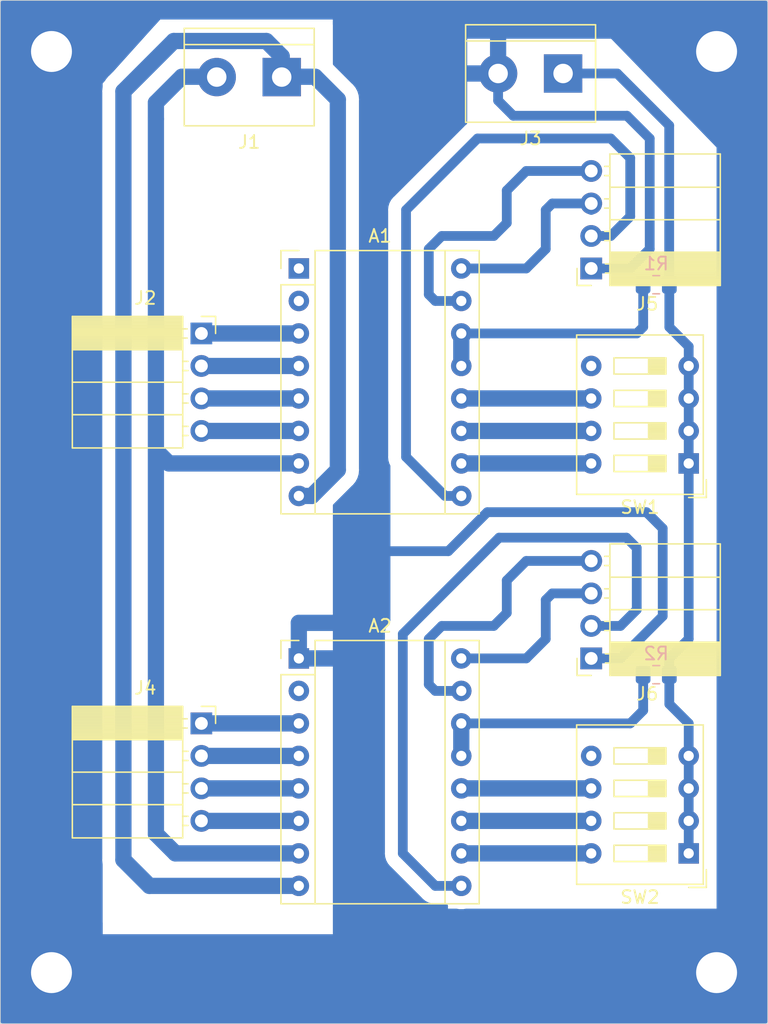
<source format=kicad_pcb>
(kicad_pcb (version 20171130) (host pcbnew 5.99.0+really5.1.10+dfsg1-1)

  (general
    (thickness 1.6)
    (drawings 4)
    (tracks 127)
    (zones 0)
    (modules 16)
    (nets 31)
  )

  (page A4)
  (layers
    (0 F.Cu signal)
    (31 B.Cu signal)
    (32 B.Adhes user)
    (33 F.Adhes user)
    (34 B.Paste user)
    (35 F.Paste user)
    (36 B.SilkS user)
    (37 F.SilkS user hide)
    (38 B.Mask user)
    (39 F.Mask user)
    (40 Dwgs.User user)
    (41 Cmts.User user)
    (42 Eco1.User user)
    (43 Eco2.User user)
    (44 Edge.Cuts user)
    (45 Margin user)
    (46 B.CrtYd user)
    (47 F.CrtYd user)
    (48 B.Fab user hide)
    (49 F.Fab user hide)
  )

  (setup
    (last_trace_width 0.762)
    (user_trace_width 0.3048)
    (user_trace_width 0.4064)
    (user_trace_width 0.508)
    (user_trace_width 0.762)
    (user_trace_width 1.016)
    (user_trace_width 1.27)
    (trace_clearance 0.2)
    (zone_clearance 0)
    (zone_45_only no)
    (trace_min 0.2)
    (via_size 0.8)
    (via_drill 0.4)
    (via_min_size 0.4)
    (via_min_drill 0.3)
    (uvia_size 0.3)
    (uvia_drill 0.1)
    (uvias_allowed no)
    (uvia_min_size 0.2)
    (uvia_min_drill 0.1)
    (edge_width 0.05)
    (segment_width 0.2)
    (pcb_text_width 0.3)
    (pcb_text_size 1.5 1.5)
    (mod_edge_width 0.12)
    (mod_text_size 1 1)
    (mod_text_width 0.15)
    (pad_size 6.4 6.4)
    (pad_drill 3.2)
    (pad_to_mask_clearance 0)
    (aux_axis_origin 30 120)
    (visible_elements FFFFFF7F)
    (pcbplotparams
      (layerselection 0x010fc_ffffffff)
      (usegerberextensions false)
      (usegerberattributes true)
      (usegerberadvancedattributes true)
      (creategerberjobfile true)
      (excludeedgelayer true)
      (linewidth 0.050000)
      (plotframeref false)
      (viasonmask false)
      (mode 1)
      (useauxorigin true)
      (hpglpennumber 1)
      (hpglpenspeed 20)
      (hpglpendiameter 15.000000)
      (psnegative false)
      (psa4output false)
      (plotreference true)
      (plotvalue true)
      (plotinvisibletext false)
      (padsonsilk false)
      (subtractmaskfromsilk false)
      (outputformat 1)
      (mirror false)
      (drillshape 0)
      (scaleselection 1)
      (outputdirectory "gerber/"))
  )

  (net 0 "")
  (net 1 DIR0)
  (net 2 +12V)
  (net 3 PUL0)
  (net 4 GNDA)
  (net 5 "Net-(A1-Pad13)")
  (net 6 B02)
  (net 7 B01)
  (net 8 M02)
  (net 9 A01)
  (net 10 M01)
  (net 11 A02)
  (net 12 M00)
  (net 13 "Net-(A1-Pad2)")
  (net 14 GND)
  (net 15 DIR1)
  (net 16 PUL1)
  (net 17 "Net-(A2-Pad13)")
  (net 18 B12)
  (net 19 B11)
  (net 20 M12)
  (net 21 A11)
  (net 22 M11)
  (net 23 A12)
  (net 24 M10)
  (net 25 "Net-(A2-Pad2)")
  (net 26 +5V)
  (net 27 "Net-(SW1-Pad5)")
  (net 28 "Net-(SW2-Pad5)")
  (net 29 ENA0)
  (net 30 ENA1)

  (net_class Default "This is the default net class."
    (clearance 0.2)
    (trace_width 0.25)
    (via_dia 0.8)
    (via_drill 0.4)
    (uvia_dia 0.3)
    (uvia_drill 0.1)
    (add_net +12V)
    (add_net +5V)
    (add_net A01)
    (add_net A02)
    (add_net A11)
    (add_net A12)
    (add_net B01)
    (add_net B02)
    (add_net B11)
    (add_net B12)
    (add_net DIR0)
    (add_net DIR1)
    (add_net ENA0)
    (add_net ENA1)
    (add_net GND)
    (add_net GNDA)
    (add_net M00)
    (add_net M01)
    (add_net M02)
    (add_net M10)
    (add_net M11)
    (add_net M12)
    (add_net "Net-(A1-Pad13)")
    (add_net "Net-(A1-Pad2)")
    (add_net "Net-(A2-Pad13)")
    (add_net "Net-(A2-Pad2)")
    (add_net "Net-(SW1-Pad5)")
    (add_net "Net-(SW2-Pad5)")
    (add_net PUL0)
    (add_net PUL1)
  )

  (module TerminalBlock:TerminalBlock_bornier-2_P5.08mm (layer F.Cu) (tedit 59FF03AB) (tstamp 6132AAA9)
    (at 74 45.72 180)
    (descr "simple 2-pin terminal block, pitch 5.08mm, revamped version of bornier2")
    (tags "terminal block bornier2")
    (path /61348699)
    (fp_text reference J3 (at 2.54 -5.08) (layer F.SilkS)
      (effects (font (size 1 1) (thickness 0.15)))
    )
    (fp_text value VLOGIC (at 2.54 5.08) (layer F.Fab)
      (effects (font (size 1 1) (thickness 0.15)))
    )
    (fp_line (start -2.41 2.55) (end 7.49 2.55) (layer F.Fab) (width 0.1))
    (fp_line (start -2.46 -3.75) (end -2.46 3.75) (layer F.Fab) (width 0.1))
    (fp_line (start -2.46 3.75) (end 7.54 3.75) (layer F.Fab) (width 0.1))
    (fp_line (start 7.54 3.75) (end 7.54 -3.75) (layer F.Fab) (width 0.1))
    (fp_line (start 7.54 -3.75) (end -2.46 -3.75) (layer F.Fab) (width 0.1))
    (fp_line (start 7.62 2.54) (end -2.54 2.54) (layer F.SilkS) (width 0.12))
    (fp_line (start 7.62 3.81) (end 7.62 -3.81) (layer F.SilkS) (width 0.12))
    (fp_line (start 7.62 -3.81) (end -2.54 -3.81) (layer F.SilkS) (width 0.12))
    (fp_line (start -2.54 -3.81) (end -2.54 3.81) (layer F.SilkS) (width 0.12))
    (fp_line (start -2.54 3.81) (end 7.62 3.81) (layer F.SilkS) (width 0.12))
    (fp_line (start -2.71 -4) (end 7.79 -4) (layer F.CrtYd) (width 0.05))
    (fp_line (start -2.71 -4) (end -2.71 4) (layer F.CrtYd) (width 0.05))
    (fp_line (start 7.79 4) (end 7.79 -4) (layer F.CrtYd) (width 0.05))
    (fp_line (start 7.79 4) (end -2.71 4) (layer F.CrtYd) (width 0.05))
    (fp_text user %R (at 2.54 0) (layer F.Fab)
      (effects (font (size 1 1) (thickness 0.15)))
    )
    (pad 2 thru_hole circle (at 5.08 0 180) (size 3 3) (drill 1.52) (layers *.Cu *.Mask)
      (net 14 GND))
    (pad 1 thru_hole rect (at 0 0 180) (size 3 3) (drill 1.52) (layers *.Cu *.Mask)
      (net 26 +5V))
    (model ${KISYS3DMOD}/TerminalBlock.3dshapes/TerminalBlock_bornier-2_P5.08mm.wrl
      (offset (xyz 2.539999961853027 0 0))
      (scale (xyz 1 1 1))
      (rotate (xyz 0 0 0))
    )
  )

  (module TerminalBlock:TerminalBlock_bornier-2_P5.08mm (layer F.Cu) (tedit 59FF03AB) (tstamp 6132AA0E)
    (at 52 46 180)
    (descr "simple 2-pin terminal block, pitch 5.08mm, revamped version of bornier2")
    (tags "terminal block bornier2")
    (path /613416CB)
    (fp_text reference J1 (at 2.54 -5.08) (layer F.SilkS)
      (effects (font (size 1 1) (thickness 0.15)))
    )
    (fp_text value VMOTOR (at 2.54 5.08) (layer F.Fab)
      (effects (font (size 1 1) (thickness 0.15)))
    )
    (fp_line (start -2.41 2.55) (end 7.49 2.55) (layer F.Fab) (width 0.1))
    (fp_line (start -2.46 -3.75) (end -2.46 3.75) (layer F.Fab) (width 0.1))
    (fp_line (start -2.46 3.75) (end 7.54 3.75) (layer F.Fab) (width 0.1))
    (fp_line (start 7.54 3.75) (end 7.54 -3.75) (layer F.Fab) (width 0.1))
    (fp_line (start 7.54 -3.75) (end -2.46 -3.75) (layer F.Fab) (width 0.1))
    (fp_line (start 7.62 2.54) (end -2.54 2.54) (layer F.SilkS) (width 0.12))
    (fp_line (start 7.62 3.81) (end 7.62 -3.81) (layer F.SilkS) (width 0.12))
    (fp_line (start 7.62 -3.81) (end -2.54 -3.81) (layer F.SilkS) (width 0.12))
    (fp_line (start -2.54 -3.81) (end -2.54 3.81) (layer F.SilkS) (width 0.12))
    (fp_line (start -2.54 3.81) (end 7.62 3.81) (layer F.SilkS) (width 0.12))
    (fp_line (start -2.71 -4) (end 7.79 -4) (layer F.CrtYd) (width 0.05))
    (fp_line (start -2.71 -4) (end -2.71 4) (layer F.CrtYd) (width 0.05))
    (fp_line (start 7.79 4) (end 7.79 -4) (layer F.CrtYd) (width 0.05))
    (fp_line (start 7.79 4) (end -2.71 4) (layer F.CrtYd) (width 0.05))
    (fp_text user %R (at 2.54 0) (layer F.Fab)
      (effects (font (size 1 1) (thickness 0.15)))
    )
    (pad 2 thru_hole circle (at 5.08 0 180) (size 3 3) (drill 1.52) (layers *.Cu *.Mask)
      (net 4 GNDA))
    (pad 1 thru_hole rect (at 0 0 180) (size 3 3) (drill 1.52) (layers *.Cu *.Mask)
      (net 2 +12V))
    (model ${KISYS3DMOD}/TerminalBlock.3dshapes/TerminalBlock_bornier-2_P5.08mm.wrl
      (offset (xyz 2.539999961853027 0 0))
      (scale (xyz 1 1 1))
      (rotate (xyz 0 0 0))
    )
  )

  (module Connector_PinSocket_2.54mm:PinSocket_1x04_P2.54mm_Horizontal (layer F.Cu) (tedit 5A19A424) (tstamp 61329350)
    (at 76.2 91.44 180)
    (descr "Through hole angled socket strip, 1x04, 2.54mm pitch, 8.51mm socket length, single row (from Kicad 4.0.7), script generated")
    (tags "Through hole angled socket strip THT 1x04 2.54mm single row")
    (path /613AAAA1)
    (fp_text reference J6 (at -4.38 -2.77) (layer F.SilkS)
      (effects (font (size 1 1) (thickness 0.15)))
    )
    (fp_text value DRIVE (at -4.38 10.39) (layer F.Fab)
      (effects (font (size 1 1) (thickness 0.15)))
    )
    (fp_line (start -10.03 -1.27) (end -2.49 -1.27) (layer F.Fab) (width 0.1))
    (fp_line (start -2.49 -1.27) (end -1.52 -0.3) (layer F.Fab) (width 0.1))
    (fp_line (start -1.52 -0.3) (end -1.52 8.89) (layer F.Fab) (width 0.1))
    (fp_line (start -1.52 8.89) (end -10.03 8.89) (layer F.Fab) (width 0.1))
    (fp_line (start -10.03 8.89) (end -10.03 -1.27) (layer F.Fab) (width 0.1))
    (fp_line (start 0 -0.3) (end -1.52 -0.3) (layer F.Fab) (width 0.1))
    (fp_line (start -1.52 0.3) (end 0 0.3) (layer F.Fab) (width 0.1))
    (fp_line (start 0 0.3) (end 0 -0.3) (layer F.Fab) (width 0.1))
    (fp_line (start 0 2.24) (end -1.52 2.24) (layer F.Fab) (width 0.1))
    (fp_line (start -1.52 2.84) (end 0 2.84) (layer F.Fab) (width 0.1))
    (fp_line (start 0 2.84) (end 0 2.24) (layer F.Fab) (width 0.1))
    (fp_line (start 0 4.78) (end -1.52 4.78) (layer F.Fab) (width 0.1))
    (fp_line (start -1.52 5.38) (end 0 5.38) (layer F.Fab) (width 0.1))
    (fp_line (start 0 5.38) (end 0 4.78) (layer F.Fab) (width 0.1))
    (fp_line (start 0 7.32) (end -1.52 7.32) (layer F.Fab) (width 0.1))
    (fp_line (start -1.52 7.92) (end 0 7.92) (layer F.Fab) (width 0.1))
    (fp_line (start 0 7.92) (end 0 7.32) (layer F.Fab) (width 0.1))
    (fp_line (start -10.09 -1.21) (end -1.46 -1.21) (layer F.SilkS) (width 0.12))
    (fp_line (start -10.09 -1.091905) (end -1.46 -1.091905) (layer F.SilkS) (width 0.12))
    (fp_line (start -10.09 -0.97381) (end -1.46 -0.97381) (layer F.SilkS) (width 0.12))
    (fp_line (start -10.09 -0.855715) (end -1.46 -0.855715) (layer F.SilkS) (width 0.12))
    (fp_line (start -10.09 -0.73762) (end -1.46 -0.73762) (layer F.SilkS) (width 0.12))
    (fp_line (start -10.09 -0.619525) (end -1.46 -0.619525) (layer F.SilkS) (width 0.12))
    (fp_line (start -10.09 -0.50143) (end -1.46 -0.50143) (layer F.SilkS) (width 0.12))
    (fp_line (start -10.09 -0.383335) (end -1.46 -0.383335) (layer F.SilkS) (width 0.12))
    (fp_line (start -10.09 -0.26524) (end -1.46 -0.26524) (layer F.SilkS) (width 0.12))
    (fp_line (start -10.09 -0.147145) (end -1.46 -0.147145) (layer F.SilkS) (width 0.12))
    (fp_line (start -10.09 -0.02905) (end -1.46 -0.02905) (layer F.SilkS) (width 0.12))
    (fp_line (start -10.09 0.089045) (end -1.46 0.089045) (layer F.SilkS) (width 0.12))
    (fp_line (start -10.09 0.20714) (end -1.46 0.20714) (layer F.SilkS) (width 0.12))
    (fp_line (start -10.09 0.325235) (end -1.46 0.325235) (layer F.SilkS) (width 0.12))
    (fp_line (start -10.09 0.44333) (end -1.46 0.44333) (layer F.SilkS) (width 0.12))
    (fp_line (start -10.09 0.561425) (end -1.46 0.561425) (layer F.SilkS) (width 0.12))
    (fp_line (start -10.09 0.67952) (end -1.46 0.67952) (layer F.SilkS) (width 0.12))
    (fp_line (start -10.09 0.797615) (end -1.46 0.797615) (layer F.SilkS) (width 0.12))
    (fp_line (start -10.09 0.91571) (end -1.46 0.91571) (layer F.SilkS) (width 0.12))
    (fp_line (start -10.09 1.033805) (end -1.46 1.033805) (layer F.SilkS) (width 0.12))
    (fp_line (start -10.09 1.1519) (end -1.46 1.1519) (layer F.SilkS) (width 0.12))
    (fp_line (start -1.46 -0.36) (end -1.11 -0.36) (layer F.SilkS) (width 0.12))
    (fp_line (start -1.46 0.36) (end -1.11 0.36) (layer F.SilkS) (width 0.12))
    (fp_line (start -1.46 2.18) (end -1.05 2.18) (layer F.SilkS) (width 0.12))
    (fp_line (start -1.46 2.9) (end -1.05 2.9) (layer F.SilkS) (width 0.12))
    (fp_line (start -1.46 4.72) (end -1.05 4.72) (layer F.SilkS) (width 0.12))
    (fp_line (start -1.46 5.44) (end -1.05 5.44) (layer F.SilkS) (width 0.12))
    (fp_line (start -1.46 7.26) (end -1.05 7.26) (layer F.SilkS) (width 0.12))
    (fp_line (start -1.46 7.98) (end -1.05 7.98) (layer F.SilkS) (width 0.12))
    (fp_line (start -10.09 1.27) (end -1.46 1.27) (layer F.SilkS) (width 0.12))
    (fp_line (start -10.09 3.81) (end -1.46 3.81) (layer F.SilkS) (width 0.12))
    (fp_line (start -10.09 6.35) (end -1.46 6.35) (layer F.SilkS) (width 0.12))
    (fp_line (start -10.09 -1.33) (end -1.46 -1.33) (layer F.SilkS) (width 0.12))
    (fp_line (start -1.46 -1.33) (end -1.46 8.95) (layer F.SilkS) (width 0.12))
    (fp_line (start -10.09 8.95) (end -1.46 8.95) (layer F.SilkS) (width 0.12))
    (fp_line (start -10.09 -1.33) (end -10.09 8.95) (layer F.SilkS) (width 0.12))
    (fp_line (start 1.11 -1.33) (end 1.11 0) (layer F.SilkS) (width 0.12))
    (fp_line (start 0 -1.33) (end 1.11 -1.33) (layer F.SilkS) (width 0.12))
    (fp_line (start 1.75 -1.75) (end -10.55 -1.75) (layer F.CrtYd) (width 0.05))
    (fp_line (start -10.55 -1.75) (end -10.55 9.45) (layer F.CrtYd) (width 0.05))
    (fp_line (start -10.55 9.45) (end 1.75 9.45) (layer F.CrtYd) (width 0.05))
    (fp_line (start 1.75 9.45) (end 1.75 -1.75) (layer F.CrtYd) (width 0.05))
    (fp_text user %R (at -5.775 3.81 90) (layer F.Fab)
      (effects (font (size 1 1) (thickness 0.15)))
    )
    (pad 4 thru_hole oval (at 0 7.62 180) (size 1.7 1.7) (drill 1) (layers *.Cu *.Mask)
      (net 16 PUL1))
    (pad 3 thru_hole oval (at 0 5.08 180) (size 1.7 1.7) (drill 1) (layers *.Cu *.Mask)
      (net 15 DIR1))
    (pad 2 thru_hole oval (at 0 2.54 180) (size 1.7 1.7) (drill 1) (layers *.Cu *.Mask)
      (net 30 ENA1))
    (pad 1 thru_hole rect (at 0 0 180) (size 1.7 1.7) (drill 1) (layers *.Cu *.Mask)
      (net 14 GND))
    (model ${KISYS3DMOD}/Connector_PinSocket_2.54mm.3dshapes/PinSocket_1x04_P2.54mm_Horizontal.wrl
      (at (xyz 0 0 0))
      (scale (xyz 1 1 1))
      (rotate (xyz 0 0 0))
    )
  )

  (module Connector_PinSocket_2.54mm:PinSocket_1x04_P2.54mm_Horizontal (layer F.Cu) (tedit 5A19A424) (tstamp 6132930C)
    (at 76.2 60.96 180)
    (descr "Through hole angled socket strip, 1x04, 2.54mm pitch, 8.51mm socket length, single row (from Kicad 4.0.7), script generated")
    (tags "Through hole angled socket strip THT 1x04 2.54mm single row")
    (path /6138D128)
    (fp_text reference J5 (at -4.38 -2.77) (layer F.SilkS)
      (effects (font (size 1 1) (thickness 0.15)))
    )
    (fp_text value DRIVE (at -4.38 10.39) (layer F.Fab)
      (effects (font (size 1 1) (thickness 0.15)))
    )
    (fp_line (start -10.03 -1.27) (end -2.49 -1.27) (layer F.Fab) (width 0.1))
    (fp_line (start -2.49 -1.27) (end -1.52 -0.3) (layer F.Fab) (width 0.1))
    (fp_line (start -1.52 -0.3) (end -1.52 8.89) (layer F.Fab) (width 0.1))
    (fp_line (start -1.52 8.89) (end -10.03 8.89) (layer F.Fab) (width 0.1))
    (fp_line (start -10.03 8.89) (end -10.03 -1.27) (layer F.Fab) (width 0.1))
    (fp_line (start 0 -0.3) (end -1.52 -0.3) (layer F.Fab) (width 0.1))
    (fp_line (start -1.52 0.3) (end 0 0.3) (layer F.Fab) (width 0.1))
    (fp_line (start 0 0.3) (end 0 -0.3) (layer F.Fab) (width 0.1))
    (fp_line (start 0 2.24) (end -1.52 2.24) (layer F.Fab) (width 0.1))
    (fp_line (start -1.52 2.84) (end 0 2.84) (layer F.Fab) (width 0.1))
    (fp_line (start 0 2.84) (end 0 2.24) (layer F.Fab) (width 0.1))
    (fp_line (start 0 4.78) (end -1.52 4.78) (layer F.Fab) (width 0.1))
    (fp_line (start -1.52 5.38) (end 0 5.38) (layer F.Fab) (width 0.1))
    (fp_line (start 0 5.38) (end 0 4.78) (layer F.Fab) (width 0.1))
    (fp_line (start 0 7.32) (end -1.52 7.32) (layer F.Fab) (width 0.1))
    (fp_line (start -1.52 7.92) (end 0 7.92) (layer F.Fab) (width 0.1))
    (fp_line (start 0 7.92) (end 0 7.32) (layer F.Fab) (width 0.1))
    (fp_line (start -10.09 -1.21) (end -1.46 -1.21) (layer F.SilkS) (width 0.12))
    (fp_line (start -10.09 -1.091905) (end -1.46 -1.091905) (layer F.SilkS) (width 0.12))
    (fp_line (start -10.09 -0.97381) (end -1.46 -0.97381) (layer F.SilkS) (width 0.12))
    (fp_line (start -10.09 -0.855715) (end -1.46 -0.855715) (layer F.SilkS) (width 0.12))
    (fp_line (start -10.09 -0.73762) (end -1.46 -0.73762) (layer F.SilkS) (width 0.12))
    (fp_line (start -10.09 -0.619525) (end -1.46 -0.619525) (layer F.SilkS) (width 0.12))
    (fp_line (start -10.09 -0.50143) (end -1.46 -0.50143) (layer F.SilkS) (width 0.12))
    (fp_line (start -10.09 -0.383335) (end -1.46 -0.383335) (layer F.SilkS) (width 0.12))
    (fp_line (start -10.09 -0.26524) (end -1.46 -0.26524) (layer F.SilkS) (width 0.12))
    (fp_line (start -10.09 -0.147145) (end -1.46 -0.147145) (layer F.SilkS) (width 0.12))
    (fp_line (start -10.09 -0.02905) (end -1.46 -0.02905) (layer F.SilkS) (width 0.12))
    (fp_line (start -10.09 0.089045) (end -1.46 0.089045) (layer F.SilkS) (width 0.12))
    (fp_line (start -10.09 0.20714) (end -1.46 0.20714) (layer F.SilkS) (width 0.12))
    (fp_line (start -10.09 0.325235) (end -1.46 0.325235) (layer F.SilkS) (width 0.12))
    (fp_line (start -10.09 0.44333) (end -1.46 0.44333) (layer F.SilkS) (width 0.12))
    (fp_line (start -10.09 0.561425) (end -1.46 0.561425) (layer F.SilkS) (width 0.12))
    (fp_line (start -10.09 0.67952) (end -1.46 0.67952) (layer F.SilkS) (width 0.12))
    (fp_line (start -10.09 0.797615) (end -1.46 0.797615) (layer F.SilkS) (width 0.12))
    (fp_line (start -10.09 0.91571) (end -1.46 0.91571) (layer F.SilkS) (width 0.12))
    (fp_line (start -10.09 1.033805) (end -1.46 1.033805) (layer F.SilkS) (width 0.12))
    (fp_line (start -10.09 1.1519) (end -1.46 1.1519) (layer F.SilkS) (width 0.12))
    (fp_line (start -1.46 -0.36) (end -1.11 -0.36) (layer F.SilkS) (width 0.12))
    (fp_line (start -1.46 0.36) (end -1.11 0.36) (layer F.SilkS) (width 0.12))
    (fp_line (start -1.46 2.18) (end -1.05 2.18) (layer F.SilkS) (width 0.12))
    (fp_line (start -1.46 2.9) (end -1.05 2.9) (layer F.SilkS) (width 0.12))
    (fp_line (start -1.46 4.72) (end -1.05 4.72) (layer F.SilkS) (width 0.12))
    (fp_line (start -1.46 5.44) (end -1.05 5.44) (layer F.SilkS) (width 0.12))
    (fp_line (start -1.46 7.26) (end -1.05 7.26) (layer F.SilkS) (width 0.12))
    (fp_line (start -1.46 7.98) (end -1.05 7.98) (layer F.SilkS) (width 0.12))
    (fp_line (start -10.09 1.27) (end -1.46 1.27) (layer F.SilkS) (width 0.12))
    (fp_line (start -10.09 3.81) (end -1.46 3.81) (layer F.SilkS) (width 0.12))
    (fp_line (start -10.09 6.35) (end -1.46 6.35) (layer F.SilkS) (width 0.12))
    (fp_line (start -10.09 -1.33) (end -1.46 -1.33) (layer F.SilkS) (width 0.12))
    (fp_line (start -1.46 -1.33) (end -1.46 8.95) (layer F.SilkS) (width 0.12))
    (fp_line (start -10.09 8.95) (end -1.46 8.95) (layer F.SilkS) (width 0.12))
    (fp_line (start -10.09 -1.33) (end -10.09 8.95) (layer F.SilkS) (width 0.12))
    (fp_line (start 1.11 -1.33) (end 1.11 0) (layer F.SilkS) (width 0.12))
    (fp_line (start 0 -1.33) (end 1.11 -1.33) (layer F.SilkS) (width 0.12))
    (fp_line (start 1.75 -1.75) (end -10.55 -1.75) (layer F.CrtYd) (width 0.05))
    (fp_line (start -10.55 -1.75) (end -10.55 9.45) (layer F.CrtYd) (width 0.05))
    (fp_line (start -10.55 9.45) (end 1.75 9.45) (layer F.CrtYd) (width 0.05))
    (fp_line (start 1.75 9.45) (end 1.75 -1.75) (layer F.CrtYd) (width 0.05))
    (fp_text user %R (at -5.775 3.81 90) (layer F.Fab)
      (effects (font (size 1 1) (thickness 0.15)))
    )
    (pad 4 thru_hole oval (at 0 7.62 180) (size 1.7 1.7) (drill 1) (layers *.Cu *.Mask)
      (net 3 PUL0))
    (pad 3 thru_hole oval (at 0 5.08 180) (size 1.7 1.7) (drill 1) (layers *.Cu *.Mask)
      (net 1 DIR0))
    (pad 2 thru_hole oval (at 0 2.54 180) (size 1.7 1.7) (drill 1) (layers *.Cu *.Mask)
      (net 29 ENA0))
    (pad 1 thru_hole rect (at 0 0 180) (size 1.7 1.7) (drill 1) (layers *.Cu *.Mask)
      (net 14 GND))
    (model ${KISYS3DMOD}/Connector_PinSocket_2.54mm.3dshapes/PinSocket_1x04_P2.54mm_Horizontal.wrl
      (at (xyz 0 0 0))
      (scale (xyz 1 1 1))
      (rotate (xyz 0 0 0))
    )
  )

  (module MountingHole:MountingHole_3.2mm_M3_Pad (layer F.Cu) (tedit 6131E875) (tstamp 6132849B)
    (at 34 116)
    (descr "Mounting Hole 3.2mm, M3")
    (tags "mounting hole 3.2mm m3")
    (attr virtual)
    (fp_text reference REF** (at 0 -4.2) (layer F.SilkS) hide
      (effects (font (size 1 1) (thickness 0.15)))
    )
    (fp_text value MountingHole_3.2mm_M3_Pad (at 0 4.2) (layer F.Fab) hide
      (effects (font (size 1 1) (thickness 0.15)))
    )
    (fp_circle (center 0 0) (end 3.45 0) (layer F.CrtYd) (width 0.05))
    (fp_circle (center 0 0) (end 3.2 0) (layer Cmts.User) (width 0.15))
    (fp_text user %R (at 0.3 0) (layer F.Fab)
      (effects (font (size 1 1) (thickness 0.15)))
    )
    (pad 1 thru_hole circle (at 0 0) (size 6.4 6.4) (drill 3.2) (layers *.Cu *.Mask)
      (net 14 GND))
  )

  (module MountingHole:MountingHole_3.2mm_M3_Pad (layer F.Cu) (tedit 6131E881) (tstamp 6132848D)
    (at 86 116)
    (descr "Mounting Hole 3.2mm, M3")
    (tags "mounting hole 3.2mm m3")
    (attr virtual)
    (fp_text reference REF** (at 0 -4.2) (layer F.SilkS) hide
      (effects (font (size 1 1) (thickness 0.15)))
    )
    (fp_text value MountingHole_3.2mm_M3_Pad (at 0 4.2) (layer F.Fab) hide
      (effects (font (size 1 1) (thickness 0.15)))
    )
    (fp_circle (center 0 0) (end 3.2 0) (layer Cmts.User) (width 0.15))
    (fp_circle (center 0 0) (end 3.45 0) (layer F.CrtYd) (width 0.05))
    (fp_text user %R (at 0.3 0) (layer F.Fab)
      (effects (font (size 1 1) (thickness 0.15)))
    )
    (pad 1 thru_hole circle (at 0 0) (size 6.4 6.4) (drill 3.2) (layers *.Cu *.Mask)
      (net 14 GND))
  )

  (module MountingHole:MountingHole_3.2mm_M3_Pad (layer F.Cu) (tedit 6131E89B) (tstamp 6132847F)
    (at 86 44)
    (descr "Mounting Hole 3.2mm, M3")
    (tags "mounting hole 3.2mm m3")
    (attr virtual)
    (fp_text reference REF** (at 0 -4.2) (layer F.SilkS) hide
      (effects (font (size 1 1) (thickness 0.15)))
    )
    (fp_text value MountingHole_3.2mm_M3_Pad (at 0 4.2) (layer F.Fab) hide
      (effects (font (size 1 1) (thickness 0.15)))
    )
    (fp_circle (center 0 0) (end 3.45 0) (layer F.CrtYd) (width 0.05))
    (fp_circle (center 0 0) (end 3.2 0) (layer Cmts.User) (width 0.15))
    (fp_text user %R (at 0.3 0) (layer F.Fab)
      (effects (font (size 1 1) (thickness 0.15)))
    )
    (pad 1 thru_hole circle (at 0 0) (size 6.4 6.4) (drill 3.2) (layers *.Cu *.Mask)
      (net 14 GND))
  )

  (module MountingHole:MountingHole_3.2mm_M3_Pad (layer F.Cu) (tedit 6131E88C) (tstamp 6132846D)
    (at 34 44)
    (descr "Mounting Hole 3.2mm, M3")
    (tags "mounting hole 3.2mm m3")
    (attr virtual)
    (fp_text reference REF** (at 0 -4.2) (layer F.SilkS) hide
      (effects (font (size 1 1) (thickness 0.15)))
    )
    (fp_text value MountingHole_3.2mm_M3_Pad (at 0 4.2) (layer F.Fab) hide
      (effects (font (size 1 1) (thickness 0.15)))
    )
    (fp_circle (center 0 0) (end 3.2 0) (layer Cmts.User) (width 0.15))
    (fp_circle (center 0 0) (end 3.45 0) (layer F.CrtYd) (width 0.05))
    (fp_text user %R (at 0.3 0) (layer F.Fab)
      (effects (font (size 1 1) (thickness 0.15)))
    )
    (pad 1 thru_hole circle (at 0 0) (size 6.4 6.4) (drill 3.2) (layers *.Cu *.Mask)
      (net 14 GND))
  )

  (module Button_Switch_THT:SW_DIP_SPSTx04_Slide_9.78x12.34mm_W7.62mm_P2.54mm (layer F.Cu) (tedit 5A4E1404) (tstamp 613286ED)
    (at 83.82 106.68 180)
    (descr "4x-dip-switch SPST , Slide, row spacing 7.62 mm (300 mils), body size 9.78x12.34mm (see e.g. https://www.ctscorp.com/wp-content/uploads/206-208.pdf)")
    (tags "DIP Switch SPST Slide 7.62mm 300mil")
    (path /6135EF09)
    (fp_text reference SW2 (at 3.81 -3.42) (layer F.SilkS)
      (effects (font (size 1 1) (thickness 0.15)))
    )
    (fp_text value MICROSTEP (at 3.81 11.04) (layer F.Fab)
      (effects (font (size 1 1) (thickness 0.15)))
    )
    (fp_line (start 8.95 -2.7) (end -1.35 -2.7) (layer F.CrtYd) (width 0.05))
    (fp_line (start 8.95 10.3) (end 8.95 -2.7) (layer F.CrtYd) (width 0.05))
    (fp_line (start -1.35 10.3) (end 8.95 10.3) (layer F.CrtYd) (width 0.05))
    (fp_line (start -1.35 -2.7) (end -1.35 10.3) (layer F.CrtYd) (width 0.05))
    (fp_line (start 3.133333 6.985) (end 3.133333 8.255) (layer F.SilkS) (width 0.12))
    (fp_line (start 1.78 8.185) (end 3.133333 8.185) (layer F.SilkS) (width 0.12))
    (fp_line (start 1.78 8.065) (end 3.133333 8.065) (layer F.SilkS) (width 0.12))
    (fp_line (start 1.78 7.945) (end 3.133333 7.945) (layer F.SilkS) (width 0.12))
    (fp_line (start 1.78 7.825) (end 3.133333 7.825) (layer F.SilkS) (width 0.12))
    (fp_line (start 1.78 7.705) (end 3.133333 7.705) (layer F.SilkS) (width 0.12))
    (fp_line (start 1.78 7.585) (end 3.133333 7.585) (layer F.SilkS) (width 0.12))
    (fp_line (start 1.78 7.465) (end 3.133333 7.465) (layer F.SilkS) (width 0.12))
    (fp_line (start 1.78 7.345) (end 3.133333 7.345) (layer F.SilkS) (width 0.12))
    (fp_line (start 1.78 7.225) (end 3.133333 7.225) (layer F.SilkS) (width 0.12))
    (fp_line (start 1.78 7.105) (end 3.133333 7.105) (layer F.SilkS) (width 0.12))
    (fp_line (start 5.84 6.985) (end 1.78 6.985) (layer F.SilkS) (width 0.12))
    (fp_line (start 5.84 8.255) (end 5.84 6.985) (layer F.SilkS) (width 0.12))
    (fp_line (start 1.78 8.255) (end 5.84 8.255) (layer F.SilkS) (width 0.12))
    (fp_line (start 1.78 6.985) (end 1.78 8.255) (layer F.SilkS) (width 0.12))
    (fp_line (start 3.133333 4.445) (end 3.133333 5.715) (layer F.SilkS) (width 0.12))
    (fp_line (start 1.78 5.645) (end 3.133333 5.645) (layer F.SilkS) (width 0.12))
    (fp_line (start 1.78 5.525) (end 3.133333 5.525) (layer F.SilkS) (width 0.12))
    (fp_line (start 1.78 5.405) (end 3.133333 5.405) (layer F.SilkS) (width 0.12))
    (fp_line (start 1.78 5.285) (end 3.133333 5.285) (layer F.SilkS) (width 0.12))
    (fp_line (start 1.78 5.165) (end 3.133333 5.165) (layer F.SilkS) (width 0.12))
    (fp_line (start 1.78 5.045) (end 3.133333 5.045) (layer F.SilkS) (width 0.12))
    (fp_line (start 1.78 4.925) (end 3.133333 4.925) (layer F.SilkS) (width 0.12))
    (fp_line (start 1.78 4.805) (end 3.133333 4.805) (layer F.SilkS) (width 0.12))
    (fp_line (start 1.78 4.685) (end 3.133333 4.685) (layer F.SilkS) (width 0.12))
    (fp_line (start 1.78 4.565) (end 3.133333 4.565) (layer F.SilkS) (width 0.12))
    (fp_line (start 5.84 4.445) (end 1.78 4.445) (layer F.SilkS) (width 0.12))
    (fp_line (start 5.84 5.715) (end 5.84 4.445) (layer F.SilkS) (width 0.12))
    (fp_line (start 1.78 5.715) (end 5.84 5.715) (layer F.SilkS) (width 0.12))
    (fp_line (start 1.78 4.445) (end 1.78 5.715) (layer F.SilkS) (width 0.12))
    (fp_line (start 3.133333 1.905) (end 3.133333 3.175) (layer F.SilkS) (width 0.12))
    (fp_line (start 1.78 3.105) (end 3.133333 3.105) (layer F.SilkS) (width 0.12))
    (fp_line (start 1.78 2.985) (end 3.133333 2.985) (layer F.SilkS) (width 0.12))
    (fp_line (start 1.78 2.865) (end 3.133333 2.865) (layer F.SilkS) (width 0.12))
    (fp_line (start 1.78 2.745) (end 3.133333 2.745) (layer F.SilkS) (width 0.12))
    (fp_line (start 1.78 2.625) (end 3.133333 2.625) (layer F.SilkS) (width 0.12))
    (fp_line (start 1.78 2.505) (end 3.133333 2.505) (layer F.SilkS) (width 0.12))
    (fp_line (start 1.78 2.385) (end 3.133333 2.385) (layer F.SilkS) (width 0.12))
    (fp_line (start 1.78 2.265) (end 3.133333 2.265) (layer F.SilkS) (width 0.12))
    (fp_line (start 1.78 2.145) (end 3.133333 2.145) (layer F.SilkS) (width 0.12))
    (fp_line (start 1.78 2.025) (end 3.133333 2.025) (layer F.SilkS) (width 0.12))
    (fp_line (start 5.84 1.905) (end 1.78 1.905) (layer F.SilkS) (width 0.12))
    (fp_line (start 5.84 3.175) (end 5.84 1.905) (layer F.SilkS) (width 0.12))
    (fp_line (start 1.78 3.175) (end 5.84 3.175) (layer F.SilkS) (width 0.12))
    (fp_line (start 1.78 1.905) (end 1.78 3.175) (layer F.SilkS) (width 0.12))
    (fp_line (start 3.133333 -0.635) (end 3.133333 0.635) (layer F.SilkS) (width 0.12))
    (fp_line (start 1.78 0.565) (end 3.133333 0.565) (layer F.SilkS) (width 0.12))
    (fp_line (start 1.78 0.445) (end 3.133333 0.445) (layer F.SilkS) (width 0.12))
    (fp_line (start 1.78 0.325) (end 3.133333 0.325) (layer F.SilkS) (width 0.12))
    (fp_line (start 1.78 0.205) (end 3.133333 0.205) (layer F.SilkS) (width 0.12))
    (fp_line (start 1.78 0.085) (end 3.133333 0.085) (layer F.SilkS) (width 0.12))
    (fp_line (start 1.78 -0.035) (end 3.133333 -0.035) (layer F.SilkS) (width 0.12))
    (fp_line (start 1.78 -0.155) (end 3.133333 -0.155) (layer F.SilkS) (width 0.12))
    (fp_line (start 1.78 -0.275) (end 3.133333 -0.275) (layer F.SilkS) (width 0.12))
    (fp_line (start 1.78 -0.395) (end 3.133333 -0.395) (layer F.SilkS) (width 0.12))
    (fp_line (start 1.78 -0.515) (end 3.133333 -0.515) (layer F.SilkS) (width 0.12))
    (fp_line (start 5.84 -0.635) (end 1.78 -0.635) (layer F.SilkS) (width 0.12))
    (fp_line (start 5.84 0.635) (end 5.84 -0.635) (layer F.SilkS) (width 0.12))
    (fp_line (start 1.78 0.635) (end 5.84 0.635) (layer F.SilkS) (width 0.12))
    (fp_line (start 1.78 -0.635) (end 1.78 0.635) (layer F.SilkS) (width 0.12))
    (fp_line (start -1.38 -2.66) (end -1.38 -1.277) (layer F.SilkS) (width 0.12))
    (fp_line (start -1.38 -2.66) (end 0.004 -2.66) (layer F.SilkS) (width 0.12))
    (fp_line (start 8.76 -2.42) (end 8.76 10.04) (layer F.SilkS) (width 0.12))
    (fp_line (start -1.14 -2.42) (end -1.14 10.04) (layer F.SilkS) (width 0.12))
    (fp_line (start -1.14 10.04) (end 8.76 10.04) (layer F.SilkS) (width 0.12))
    (fp_line (start -1.14 -2.42) (end 8.76 -2.42) (layer F.SilkS) (width 0.12))
    (fp_line (start 3.133333 6.985) (end 3.133333 8.255) (layer F.Fab) (width 0.1))
    (fp_line (start 1.78 8.185) (end 3.133333 8.185) (layer F.Fab) (width 0.1))
    (fp_line (start 1.78 8.085) (end 3.133333 8.085) (layer F.Fab) (width 0.1))
    (fp_line (start 1.78 7.985) (end 3.133333 7.985) (layer F.Fab) (width 0.1))
    (fp_line (start 1.78 7.885) (end 3.133333 7.885) (layer F.Fab) (width 0.1))
    (fp_line (start 1.78 7.785) (end 3.133333 7.785) (layer F.Fab) (width 0.1))
    (fp_line (start 1.78 7.685) (end 3.133333 7.685) (layer F.Fab) (width 0.1))
    (fp_line (start 1.78 7.585) (end 3.133333 7.585) (layer F.Fab) (width 0.1))
    (fp_line (start 1.78 7.485) (end 3.133333 7.485) (layer F.Fab) (width 0.1))
    (fp_line (start 1.78 7.385) (end 3.133333 7.385) (layer F.Fab) (width 0.1))
    (fp_line (start 1.78 7.285) (end 3.133333 7.285) (layer F.Fab) (width 0.1))
    (fp_line (start 1.78 7.185) (end 3.133333 7.185) (layer F.Fab) (width 0.1))
    (fp_line (start 1.78 7.085) (end 3.133333 7.085) (layer F.Fab) (width 0.1))
    (fp_line (start 5.84 6.985) (end 1.78 6.985) (layer F.Fab) (width 0.1))
    (fp_line (start 5.84 8.255) (end 5.84 6.985) (layer F.Fab) (width 0.1))
    (fp_line (start 1.78 8.255) (end 5.84 8.255) (layer F.Fab) (width 0.1))
    (fp_line (start 1.78 6.985) (end 1.78 8.255) (layer F.Fab) (width 0.1))
    (fp_line (start 3.133333 4.445) (end 3.133333 5.715) (layer F.Fab) (width 0.1))
    (fp_line (start 1.78 5.645) (end 3.133333 5.645) (layer F.Fab) (width 0.1))
    (fp_line (start 1.78 5.545) (end 3.133333 5.545) (layer F.Fab) (width 0.1))
    (fp_line (start 1.78 5.445) (end 3.133333 5.445) (layer F.Fab) (width 0.1))
    (fp_line (start 1.78 5.345) (end 3.133333 5.345) (layer F.Fab) (width 0.1))
    (fp_line (start 1.78 5.245) (end 3.133333 5.245) (layer F.Fab) (width 0.1))
    (fp_line (start 1.78 5.145) (end 3.133333 5.145) (layer F.Fab) (width 0.1))
    (fp_line (start 1.78 5.045) (end 3.133333 5.045) (layer F.Fab) (width 0.1))
    (fp_line (start 1.78 4.945) (end 3.133333 4.945) (layer F.Fab) (width 0.1))
    (fp_line (start 1.78 4.845) (end 3.133333 4.845) (layer F.Fab) (width 0.1))
    (fp_line (start 1.78 4.745) (end 3.133333 4.745) (layer F.Fab) (width 0.1))
    (fp_line (start 1.78 4.645) (end 3.133333 4.645) (layer F.Fab) (width 0.1))
    (fp_line (start 1.78 4.545) (end 3.133333 4.545) (layer F.Fab) (width 0.1))
    (fp_line (start 5.84 4.445) (end 1.78 4.445) (layer F.Fab) (width 0.1))
    (fp_line (start 5.84 5.715) (end 5.84 4.445) (layer F.Fab) (width 0.1))
    (fp_line (start 1.78 5.715) (end 5.84 5.715) (layer F.Fab) (width 0.1))
    (fp_line (start 1.78 4.445) (end 1.78 5.715) (layer F.Fab) (width 0.1))
    (fp_line (start 3.133333 1.905) (end 3.133333 3.175) (layer F.Fab) (width 0.1))
    (fp_line (start 1.78 3.105) (end 3.133333 3.105) (layer F.Fab) (width 0.1))
    (fp_line (start 1.78 3.005) (end 3.133333 3.005) (layer F.Fab) (width 0.1))
    (fp_line (start 1.78 2.905) (end 3.133333 2.905) (layer F.Fab) (width 0.1))
    (fp_line (start 1.78 2.805) (end 3.133333 2.805) (layer F.Fab) (width 0.1))
    (fp_line (start 1.78 2.705) (end 3.133333 2.705) (layer F.Fab) (width 0.1))
    (fp_line (start 1.78 2.605) (end 3.133333 2.605) (layer F.Fab) (width 0.1))
    (fp_line (start 1.78 2.505) (end 3.133333 2.505) (layer F.Fab) (width 0.1))
    (fp_line (start 1.78 2.405) (end 3.133333 2.405) (layer F.Fab) (width 0.1))
    (fp_line (start 1.78 2.305) (end 3.133333 2.305) (layer F.Fab) (width 0.1))
    (fp_line (start 1.78 2.205) (end 3.133333 2.205) (layer F.Fab) (width 0.1))
    (fp_line (start 1.78 2.105) (end 3.133333 2.105) (layer F.Fab) (width 0.1))
    (fp_line (start 1.78 2.005) (end 3.133333 2.005) (layer F.Fab) (width 0.1))
    (fp_line (start 5.84 1.905) (end 1.78 1.905) (layer F.Fab) (width 0.1))
    (fp_line (start 5.84 3.175) (end 5.84 1.905) (layer F.Fab) (width 0.1))
    (fp_line (start 1.78 3.175) (end 5.84 3.175) (layer F.Fab) (width 0.1))
    (fp_line (start 1.78 1.905) (end 1.78 3.175) (layer F.Fab) (width 0.1))
    (fp_line (start 3.133333 -0.635) (end 3.133333 0.635) (layer F.Fab) (width 0.1))
    (fp_line (start 1.78 0.565) (end 3.133333 0.565) (layer F.Fab) (width 0.1))
    (fp_line (start 1.78 0.465) (end 3.133333 0.465) (layer F.Fab) (width 0.1))
    (fp_line (start 1.78 0.365) (end 3.133333 0.365) (layer F.Fab) (width 0.1))
    (fp_line (start 1.78 0.265) (end 3.133333 0.265) (layer F.Fab) (width 0.1))
    (fp_line (start 1.78 0.165) (end 3.133333 0.165) (layer F.Fab) (width 0.1))
    (fp_line (start 1.78 0.065) (end 3.133333 0.065) (layer F.Fab) (width 0.1))
    (fp_line (start 1.78 -0.035) (end 3.133333 -0.035) (layer F.Fab) (width 0.1))
    (fp_line (start 1.78 -0.135) (end 3.133333 -0.135) (layer F.Fab) (width 0.1))
    (fp_line (start 1.78 -0.235) (end 3.133333 -0.235) (layer F.Fab) (width 0.1))
    (fp_line (start 1.78 -0.335) (end 3.133333 -0.335) (layer F.Fab) (width 0.1))
    (fp_line (start 1.78 -0.435) (end 3.133333 -0.435) (layer F.Fab) (width 0.1))
    (fp_line (start 1.78 -0.535) (end 3.133333 -0.535) (layer F.Fab) (width 0.1))
    (fp_line (start 5.84 -0.635) (end 1.78 -0.635) (layer F.Fab) (width 0.1))
    (fp_line (start 5.84 0.635) (end 5.84 -0.635) (layer F.Fab) (width 0.1))
    (fp_line (start 1.78 0.635) (end 5.84 0.635) (layer F.Fab) (width 0.1))
    (fp_line (start 1.78 -0.635) (end 1.78 0.635) (layer F.Fab) (width 0.1))
    (fp_line (start -1.08 -1.36) (end -0.08 -2.36) (layer F.Fab) (width 0.1))
    (fp_line (start -1.08 9.98) (end -1.08 -1.36) (layer F.Fab) (width 0.1))
    (fp_line (start 8.7 9.98) (end -1.08 9.98) (layer F.Fab) (width 0.1))
    (fp_line (start 8.7 -2.36) (end 8.7 9.98) (layer F.Fab) (width 0.1))
    (fp_line (start -0.08 -2.36) (end 8.7 -2.36) (layer F.Fab) (width 0.1))
    (fp_text user on (at 5.365 -1.4975) (layer F.Fab)
      (effects (font (size 0.8 0.8) (thickness 0.12)))
    )
    (fp_text user %R (at 7.27 3.81 90) (layer F.Fab)
      (effects (font (size 0.8 0.8) (thickness 0.12)))
    )
    (pad 8 thru_hole oval (at 7.62 0 180) (size 1.6 1.6) (drill 0.8) (layers *.Cu *.Mask)
      (net 24 M10))
    (pad 4 thru_hole oval (at 0 7.62 180) (size 1.6 1.6) (drill 0.8) (layers *.Cu *.Mask)
      (net 26 +5V))
    (pad 7 thru_hole oval (at 7.62 2.54 180) (size 1.6 1.6) (drill 0.8) (layers *.Cu *.Mask)
      (net 22 M11))
    (pad 3 thru_hole oval (at 0 5.08 180) (size 1.6 1.6) (drill 0.8) (layers *.Cu *.Mask)
      (net 26 +5V))
    (pad 6 thru_hole oval (at 7.62 5.08 180) (size 1.6 1.6) (drill 0.8) (layers *.Cu *.Mask)
      (net 20 M12))
    (pad 2 thru_hole oval (at 0 2.54 180) (size 1.6 1.6) (drill 0.8) (layers *.Cu *.Mask)
      (net 26 +5V))
    (pad 5 thru_hole oval (at 7.62 7.62 180) (size 1.6 1.6) (drill 0.8) (layers *.Cu *.Mask)
      (net 28 "Net-(SW2-Pad5)"))
    (pad 1 thru_hole rect (at 0 0 180) (size 1.6 1.6) (drill 0.8) (layers *.Cu *.Mask)
      (net 26 +5V))
    (model ${KISYS3DMOD}/Button_Switch_THT.3dshapes/SW_DIP_SPSTx04_Slide_9.78x12.34mm_W7.62mm_P2.54mm.wrl
      (at (xyz 0 0 0))
      (scale (xyz 1 1 1))
      (rotate (xyz 0 0 90))
    )
  )

  (module Button_Switch_THT:SW_DIP_SPSTx04_Slide_9.78x12.34mm_W7.62mm_P2.54mm (layer F.Cu) (tedit 5A4E1404) (tstamp 61327818)
    (at 83.82 76.2 180)
    (descr "4x-dip-switch SPST , Slide, row spacing 7.62 mm (300 mils), body size 9.78x12.34mm (see e.g. https://www.ctscorp.com/wp-content/uploads/206-208.pdf)")
    (tags "DIP Switch SPST Slide 7.62mm 300mil")
    (path /61325E8A)
    (fp_text reference SW1 (at 3.81 -3.42) (layer F.SilkS)
      (effects (font (size 1 1) (thickness 0.15)))
    )
    (fp_text value MICROSTEP (at 3.81 11.04) (layer F.Fab)
      (effects (font (size 1 1) (thickness 0.15)))
    )
    (fp_line (start 8.95 -2.7) (end -1.35 -2.7) (layer F.CrtYd) (width 0.05))
    (fp_line (start 8.95 10.3) (end 8.95 -2.7) (layer F.CrtYd) (width 0.05))
    (fp_line (start -1.35 10.3) (end 8.95 10.3) (layer F.CrtYd) (width 0.05))
    (fp_line (start -1.35 -2.7) (end -1.35 10.3) (layer F.CrtYd) (width 0.05))
    (fp_line (start 3.133333 6.985) (end 3.133333 8.255) (layer F.SilkS) (width 0.12))
    (fp_line (start 1.78 8.185) (end 3.133333 8.185) (layer F.SilkS) (width 0.12))
    (fp_line (start 1.78 8.065) (end 3.133333 8.065) (layer F.SilkS) (width 0.12))
    (fp_line (start 1.78 7.945) (end 3.133333 7.945) (layer F.SilkS) (width 0.12))
    (fp_line (start 1.78 7.825) (end 3.133333 7.825) (layer F.SilkS) (width 0.12))
    (fp_line (start 1.78 7.705) (end 3.133333 7.705) (layer F.SilkS) (width 0.12))
    (fp_line (start 1.78 7.585) (end 3.133333 7.585) (layer F.SilkS) (width 0.12))
    (fp_line (start 1.78 7.465) (end 3.133333 7.465) (layer F.SilkS) (width 0.12))
    (fp_line (start 1.78 7.345) (end 3.133333 7.345) (layer F.SilkS) (width 0.12))
    (fp_line (start 1.78 7.225) (end 3.133333 7.225) (layer F.SilkS) (width 0.12))
    (fp_line (start 1.78 7.105) (end 3.133333 7.105) (layer F.SilkS) (width 0.12))
    (fp_line (start 5.84 6.985) (end 1.78 6.985) (layer F.SilkS) (width 0.12))
    (fp_line (start 5.84 8.255) (end 5.84 6.985) (layer F.SilkS) (width 0.12))
    (fp_line (start 1.78 8.255) (end 5.84 8.255) (layer F.SilkS) (width 0.12))
    (fp_line (start 1.78 6.985) (end 1.78 8.255) (layer F.SilkS) (width 0.12))
    (fp_line (start 3.133333 4.445) (end 3.133333 5.715) (layer F.SilkS) (width 0.12))
    (fp_line (start 1.78 5.645) (end 3.133333 5.645) (layer F.SilkS) (width 0.12))
    (fp_line (start 1.78 5.525) (end 3.133333 5.525) (layer F.SilkS) (width 0.12))
    (fp_line (start 1.78 5.405) (end 3.133333 5.405) (layer F.SilkS) (width 0.12))
    (fp_line (start 1.78 5.285) (end 3.133333 5.285) (layer F.SilkS) (width 0.12))
    (fp_line (start 1.78 5.165) (end 3.133333 5.165) (layer F.SilkS) (width 0.12))
    (fp_line (start 1.78 5.045) (end 3.133333 5.045) (layer F.SilkS) (width 0.12))
    (fp_line (start 1.78 4.925) (end 3.133333 4.925) (layer F.SilkS) (width 0.12))
    (fp_line (start 1.78 4.805) (end 3.133333 4.805) (layer F.SilkS) (width 0.12))
    (fp_line (start 1.78 4.685) (end 3.133333 4.685) (layer F.SilkS) (width 0.12))
    (fp_line (start 1.78 4.565) (end 3.133333 4.565) (layer F.SilkS) (width 0.12))
    (fp_line (start 5.84 4.445) (end 1.78 4.445) (layer F.SilkS) (width 0.12))
    (fp_line (start 5.84 5.715) (end 5.84 4.445) (layer F.SilkS) (width 0.12))
    (fp_line (start 1.78 5.715) (end 5.84 5.715) (layer F.SilkS) (width 0.12))
    (fp_line (start 1.78 4.445) (end 1.78 5.715) (layer F.SilkS) (width 0.12))
    (fp_line (start 3.133333 1.905) (end 3.133333 3.175) (layer F.SilkS) (width 0.12))
    (fp_line (start 1.78 3.105) (end 3.133333 3.105) (layer F.SilkS) (width 0.12))
    (fp_line (start 1.78 2.985) (end 3.133333 2.985) (layer F.SilkS) (width 0.12))
    (fp_line (start 1.78 2.865) (end 3.133333 2.865) (layer F.SilkS) (width 0.12))
    (fp_line (start 1.78 2.745) (end 3.133333 2.745) (layer F.SilkS) (width 0.12))
    (fp_line (start 1.78 2.625) (end 3.133333 2.625) (layer F.SilkS) (width 0.12))
    (fp_line (start 1.78 2.505) (end 3.133333 2.505) (layer F.SilkS) (width 0.12))
    (fp_line (start 1.78 2.385) (end 3.133333 2.385) (layer F.SilkS) (width 0.12))
    (fp_line (start 1.78 2.265) (end 3.133333 2.265) (layer F.SilkS) (width 0.12))
    (fp_line (start 1.78 2.145) (end 3.133333 2.145) (layer F.SilkS) (width 0.12))
    (fp_line (start 1.78 2.025) (end 3.133333 2.025) (layer F.SilkS) (width 0.12))
    (fp_line (start 5.84 1.905) (end 1.78 1.905) (layer F.SilkS) (width 0.12))
    (fp_line (start 5.84 3.175) (end 5.84 1.905) (layer F.SilkS) (width 0.12))
    (fp_line (start 1.78 3.175) (end 5.84 3.175) (layer F.SilkS) (width 0.12))
    (fp_line (start 1.78 1.905) (end 1.78 3.175) (layer F.SilkS) (width 0.12))
    (fp_line (start 3.133333 -0.635) (end 3.133333 0.635) (layer F.SilkS) (width 0.12))
    (fp_line (start 1.78 0.565) (end 3.133333 0.565) (layer F.SilkS) (width 0.12))
    (fp_line (start 1.78 0.445) (end 3.133333 0.445) (layer F.SilkS) (width 0.12))
    (fp_line (start 1.78 0.325) (end 3.133333 0.325) (layer F.SilkS) (width 0.12))
    (fp_line (start 1.78 0.205) (end 3.133333 0.205) (layer F.SilkS) (width 0.12))
    (fp_line (start 1.78 0.085) (end 3.133333 0.085) (layer F.SilkS) (width 0.12))
    (fp_line (start 1.78 -0.035) (end 3.133333 -0.035) (layer F.SilkS) (width 0.12))
    (fp_line (start 1.78 -0.155) (end 3.133333 -0.155) (layer F.SilkS) (width 0.12))
    (fp_line (start 1.78 -0.275) (end 3.133333 -0.275) (layer F.SilkS) (width 0.12))
    (fp_line (start 1.78 -0.395) (end 3.133333 -0.395) (layer F.SilkS) (width 0.12))
    (fp_line (start 1.78 -0.515) (end 3.133333 -0.515) (layer F.SilkS) (width 0.12))
    (fp_line (start 5.84 -0.635) (end 1.78 -0.635) (layer F.SilkS) (width 0.12))
    (fp_line (start 5.84 0.635) (end 5.84 -0.635) (layer F.SilkS) (width 0.12))
    (fp_line (start 1.78 0.635) (end 5.84 0.635) (layer F.SilkS) (width 0.12))
    (fp_line (start 1.78 -0.635) (end 1.78 0.635) (layer F.SilkS) (width 0.12))
    (fp_line (start -1.38 -2.66) (end -1.38 -1.277) (layer F.SilkS) (width 0.12))
    (fp_line (start -1.38 -2.66) (end 0.004 -2.66) (layer F.SilkS) (width 0.12))
    (fp_line (start 8.76 -2.42) (end 8.76 10.04) (layer F.SilkS) (width 0.12))
    (fp_line (start -1.14 -2.42) (end -1.14 10.04) (layer F.SilkS) (width 0.12))
    (fp_line (start -1.14 10.04) (end 8.76 10.04) (layer F.SilkS) (width 0.12))
    (fp_line (start -1.14 -2.42) (end 8.76 -2.42) (layer F.SilkS) (width 0.12))
    (fp_line (start 3.133333 6.985) (end 3.133333 8.255) (layer F.Fab) (width 0.1))
    (fp_line (start 1.78 8.185) (end 3.133333 8.185) (layer F.Fab) (width 0.1))
    (fp_line (start 1.78 8.085) (end 3.133333 8.085) (layer F.Fab) (width 0.1))
    (fp_line (start 1.78 7.985) (end 3.133333 7.985) (layer F.Fab) (width 0.1))
    (fp_line (start 1.78 7.885) (end 3.133333 7.885) (layer F.Fab) (width 0.1))
    (fp_line (start 1.78 7.785) (end 3.133333 7.785) (layer F.Fab) (width 0.1))
    (fp_line (start 1.78 7.685) (end 3.133333 7.685) (layer F.Fab) (width 0.1))
    (fp_line (start 1.78 7.585) (end 3.133333 7.585) (layer F.Fab) (width 0.1))
    (fp_line (start 1.78 7.485) (end 3.133333 7.485) (layer F.Fab) (width 0.1))
    (fp_line (start 1.78 7.385) (end 3.133333 7.385) (layer F.Fab) (width 0.1))
    (fp_line (start 1.78 7.285) (end 3.133333 7.285) (layer F.Fab) (width 0.1))
    (fp_line (start 1.78 7.185) (end 3.133333 7.185) (layer F.Fab) (width 0.1))
    (fp_line (start 1.78 7.085) (end 3.133333 7.085) (layer F.Fab) (width 0.1))
    (fp_line (start 5.84 6.985) (end 1.78 6.985) (layer F.Fab) (width 0.1))
    (fp_line (start 5.84 8.255) (end 5.84 6.985) (layer F.Fab) (width 0.1))
    (fp_line (start 1.78 8.255) (end 5.84 8.255) (layer F.Fab) (width 0.1))
    (fp_line (start 1.78 6.985) (end 1.78 8.255) (layer F.Fab) (width 0.1))
    (fp_line (start 3.133333 4.445) (end 3.133333 5.715) (layer F.Fab) (width 0.1))
    (fp_line (start 1.78 5.645) (end 3.133333 5.645) (layer F.Fab) (width 0.1))
    (fp_line (start 1.78 5.545) (end 3.133333 5.545) (layer F.Fab) (width 0.1))
    (fp_line (start 1.78 5.445) (end 3.133333 5.445) (layer F.Fab) (width 0.1))
    (fp_line (start 1.78 5.345) (end 3.133333 5.345) (layer F.Fab) (width 0.1))
    (fp_line (start 1.78 5.245) (end 3.133333 5.245) (layer F.Fab) (width 0.1))
    (fp_line (start 1.78 5.145) (end 3.133333 5.145) (layer F.Fab) (width 0.1))
    (fp_line (start 1.78 5.045) (end 3.133333 5.045) (layer F.Fab) (width 0.1))
    (fp_line (start 1.78 4.945) (end 3.133333 4.945) (layer F.Fab) (width 0.1))
    (fp_line (start 1.78 4.845) (end 3.133333 4.845) (layer F.Fab) (width 0.1))
    (fp_line (start 1.78 4.745) (end 3.133333 4.745) (layer F.Fab) (width 0.1))
    (fp_line (start 1.78 4.645) (end 3.133333 4.645) (layer F.Fab) (width 0.1))
    (fp_line (start 1.78 4.545) (end 3.133333 4.545) (layer F.Fab) (width 0.1))
    (fp_line (start 5.84 4.445) (end 1.78 4.445) (layer F.Fab) (width 0.1))
    (fp_line (start 5.84 5.715) (end 5.84 4.445) (layer F.Fab) (width 0.1))
    (fp_line (start 1.78 5.715) (end 5.84 5.715) (layer F.Fab) (width 0.1))
    (fp_line (start 1.78 4.445) (end 1.78 5.715) (layer F.Fab) (width 0.1))
    (fp_line (start 3.133333 1.905) (end 3.133333 3.175) (layer F.Fab) (width 0.1))
    (fp_line (start 1.78 3.105) (end 3.133333 3.105) (layer F.Fab) (width 0.1))
    (fp_line (start 1.78 3.005) (end 3.133333 3.005) (layer F.Fab) (width 0.1))
    (fp_line (start 1.78 2.905) (end 3.133333 2.905) (layer F.Fab) (width 0.1))
    (fp_line (start 1.78 2.805) (end 3.133333 2.805) (layer F.Fab) (width 0.1))
    (fp_line (start 1.78 2.705) (end 3.133333 2.705) (layer F.Fab) (width 0.1))
    (fp_line (start 1.78 2.605) (end 3.133333 2.605) (layer F.Fab) (width 0.1))
    (fp_line (start 1.78 2.505) (end 3.133333 2.505) (layer F.Fab) (width 0.1))
    (fp_line (start 1.78 2.405) (end 3.133333 2.405) (layer F.Fab) (width 0.1))
    (fp_line (start 1.78 2.305) (end 3.133333 2.305) (layer F.Fab) (width 0.1))
    (fp_line (start 1.78 2.205) (end 3.133333 2.205) (layer F.Fab) (width 0.1))
    (fp_line (start 1.78 2.105) (end 3.133333 2.105) (layer F.Fab) (width 0.1))
    (fp_line (start 1.78 2.005) (end 3.133333 2.005) (layer F.Fab) (width 0.1))
    (fp_line (start 5.84 1.905) (end 1.78 1.905) (layer F.Fab) (width 0.1))
    (fp_line (start 5.84 3.175) (end 5.84 1.905) (layer F.Fab) (width 0.1))
    (fp_line (start 1.78 3.175) (end 5.84 3.175) (layer F.Fab) (width 0.1))
    (fp_line (start 1.78 1.905) (end 1.78 3.175) (layer F.Fab) (width 0.1))
    (fp_line (start 3.133333 -0.635) (end 3.133333 0.635) (layer F.Fab) (width 0.1))
    (fp_line (start 1.78 0.565) (end 3.133333 0.565) (layer F.Fab) (width 0.1))
    (fp_line (start 1.78 0.465) (end 3.133333 0.465) (layer F.Fab) (width 0.1))
    (fp_line (start 1.78 0.365) (end 3.133333 0.365) (layer F.Fab) (width 0.1))
    (fp_line (start 1.78 0.265) (end 3.133333 0.265) (layer F.Fab) (width 0.1))
    (fp_line (start 1.78 0.165) (end 3.133333 0.165) (layer F.Fab) (width 0.1))
    (fp_line (start 1.78 0.065) (end 3.133333 0.065) (layer F.Fab) (width 0.1))
    (fp_line (start 1.78 -0.035) (end 3.133333 -0.035) (layer F.Fab) (width 0.1))
    (fp_line (start 1.78 -0.135) (end 3.133333 -0.135) (layer F.Fab) (width 0.1))
    (fp_line (start 1.78 -0.235) (end 3.133333 -0.235) (layer F.Fab) (width 0.1))
    (fp_line (start 1.78 -0.335) (end 3.133333 -0.335) (layer F.Fab) (width 0.1))
    (fp_line (start 1.78 -0.435) (end 3.133333 -0.435) (layer F.Fab) (width 0.1))
    (fp_line (start 1.78 -0.535) (end 3.133333 -0.535) (layer F.Fab) (width 0.1))
    (fp_line (start 5.84 -0.635) (end 1.78 -0.635) (layer F.Fab) (width 0.1))
    (fp_line (start 5.84 0.635) (end 5.84 -0.635) (layer F.Fab) (width 0.1))
    (fp_line (start 1.78 0.635) (end 5.84 0.635) (layer F.Fab) (width 0.1))
    (fp_line (start 1.78 -0.635) (end 1.78 0.635) (layer F.Fab) (width 0.1))
    (fp_line (start -1.08 -1.36) (end -0.08 -2.36) (layer F.Fab) (width 0.1))
    (fp_line (start -1.08 9.98) (end -1.08 -1.36) (layer F.Fab) (width 0.1))
    (fp_line (start 8.7 9.98) (end -1.08 9.98) (layer F.Fab) (width 0.1))
    (fp_line (start 8.7 -2.36) (end 8.7 9.98) (layer F.Fab) (width 0.1))
    (fp_line (start -0.08 -2.36) (end 8.7 -2.36) (layer F.Fab) (width 0.1))
    (fp_text user on (at 5.365 -1.4975) (layer F.Fab)
      (effects (font (size 0.8 0.8) (thickness 0.12)))
    )
    (fp_text user %R (at 7.27 3.81 90) (layer F.Fab)
      (effects (font (size 0.8 0.8) (thickness 0.12)))
    )
    (pad 8 thru_hole oval (at 7.62 0 180) (size 1.6 1.6) (drill 0.8) (layers *.Cu *.Mask)
      (net 12 M00))
    (pad 4 thru_hole oval (at 0 7.62 180) (size 1.6 1.6) (drill 0.8) (layers *.Cu *.Mask)
      (net 26 +5V))
    (pad 7 thru_hole oval (at 7.62 2.54 180) (size 1.6 1.6) (drill 0.8) (layers *.Cu *.Mask)
      (net 10 M01))
    (pad 3 thru_hole oval (at 0 5.08 180) (size 1.6 1.6) (drill 0.8) (layers *.Cu *.Mask)
      (net 26 +5V))
    (pad 6 thru_hole oval (at 7.62 5.08 180) (size 1.6 1.6) (drill 0.8) (layers *.Cu *.Mask)
      (net 8 M02))
    (pad 2 thru_hole oval (at 0 2.54 180) (size 1.6 1.6) (drill 0.8) (layers *.Cu *.Mask)
      (net 26 +5V))
    (pad 5 thru_hole oval (at 7.62 7.62 180) (size 1.6 1.6) (drill 0.8) (layers *.Cu *.Mask)
      (net 27 "Net-(SW1-Pad5)"))
    (pad 1 thru_hole rect (at 0 0 180) (size 1.6 1.6) (drill 0.8) (layers *.Cu *.Mask)
      (net 26 +5V))
    (model ${KISYS3DMOD}/Button_Switch_THT.3dshapes/SW_DIP_SPSTx04_Slide_9.78x12.34mm_W7.62mm_P2.54mm.wrl
      (at (xyz 0 0 0))
      (scale (xyz 1 1 1))
      (rotate (xyz 0 0 90))
    )
  )

  (module Resistor_SMD:R_0805_2012Metric_Pad1.15x1.40mm_HandSolder (layer B.Cu) (tedit 5B36C52B) (tstamp 61327C27)
    (at 81.28 92.71 180)
    (descr "Resistor SMD 0805 (2012 Metric), square (rectangular) end terminal, IPC_7351 nominal with elongated pad for handsoldering. (Body size source: https://docs.google.com/spreadsheets/d/1BsfQQcO9C6DZCsRaXUlFlo91Tg2WpOkGARC1WS5S8t0/edit?usp=sharing), generated with kicad-footprint-generator")
    (tags "resistor handsolder")
    (path /6135EEEE)
    (attr smd)
    (fp_text reference R2 (at 0 1.65) (layer B.SilkS)
      (effects (font (size 1 1) (thickness 0.15)) (justify mirror))
    )
    (fp_text value 1k (at 0 -1.65) (layer B.Fab)
      (effects (font (size 1 1) (thickness 0.15)) (justify mirror))
    )
    (fp_line (start 1.85 -0.95) (end -1.85 -0.95) (layer B.CrtYd) (width 0.05))
    (fp_line (start 1.85 0.95) (end 1.85 -0.95) (layer B.CrtYd) (width 0.05))
    (fp_line (start -1.85 0.95) (end 1.85 0.95) (layer B.CrtYd) (width 0.05))
    (fp_line (start -1.85 -0.95) (end -1.85 0.95) (layer B.CrtYd) (width 0.05))
    (fp_line (start -0.261252 -0.71) (end 0.261252 -0.71) (layer B.SilkS) (width 0.12))
    (fp_line (start -0.261252 0.71) (end 0.261252 0.71) (layer B.SilkS) (width 0.12))
    (fp_line (start 1 -0.6) (end -1 -0.6) (layer B.Fab) (width 0.1))
    (fp_line (start 1 0.6) (end 1 -0.6) (layer B.Fab) (width 0.1))
    (fp_line (start -1 0.6) (end 1 0.6) (layer B.Fab) (width 0.1))
    (fp_line (start -1 -0.6) (end -1 0.6) (layer B.Fab) (width 0.1))
    (fp_text user %R (at 0 0) (layer B.Fab)
      (effects (font (size 0.5 0.5) (thickness 0.08)) (justify mirror))
    )
    (pad 2 smd roundrect (at 1.025 0 180) (size 1.15 1.4) (layers B.Cu B.Paste B.Mask) (roundrect_rratio 0.2173904347826087)
      (net 17 "Net-(A2-Pad13)"))
    (pad 1 smd roundrect (at -1.025 0 180) (size 1.15 1.4) (layers B.Cu B.Paste B.Mask) (roundrect_rratio 0.2173904347826087)
      (net 26 +5V))
    (model ${KISYS3DMOD}/Resistor_SMD.3dshapes/R_0805_2012Metric.wrl
      (at (xyz 0 0 0))
      (scale (xyz 1 1 1))
      (rotate (xyz 0 0 0))
    )
  )

  (module Resistor_SMD:R_0805_2012Metric_Pad1.15x1.40mm_HandSolder (layer B.Cu) (tedit 5B36C52B) (tstamp 6132775C)
    (at 81.28 62.23 180)
    (descr "Resistor SMD 0805 (2012 Metric), square (rectangular) end terminal, IPC_7351 nominal with elongated pad for handsoldering. (Body size source: https://docs.google.com/spreadsheets/d/1BsfQQcO9C6DZCsRaXUlFlo91Tg2WpOkGARC1WS5S8t0/edit?usp=sharing), generated with kicad-footprint-generator")
    (tags "resistor handsolder")
    (path /613220FC)
    (attr smd)
    (fp_text reference R1 (at 0 1.65) (layer B.SilkS)
      (effects (font (size 1 1) (thickness 0.15)) (justify mirror))
    )
    (fp_text value 1k (at 0 -1.65) (layer B.Fab)
      (effects (font (size 1 1) (thickness 0.15)) (justify mirror))
    )
    (fp_line (start 1.85 -0.95) (end -1.85 -0.95) (layer B.CrtYd) (width 0.05))
    (fp_line (start 1.85 0.95) (end 1.85 -0.95) (layer B.CrtYd) (width 0.05))
    (fp_line (start -1.85 0.95) (end 1.85 0.95) (layer B.CrtYd) (width 0.05))
    (fp_line (start -1.85 -0.95) (end -1.85 0.95) (layer B.CrtYd) (width 0.05))
    (fp_line (start -0.261252 -0.71) (end 0.261252 -0.71) (layer B.SilkS) (width 0.12))
    (fp_line (start -0.261252 0.71) (end 0.261252 0.71) (layer B.SilkS) (width 0.12))
    (fp_line (start 1 -0.6) (end -1 -0.6) (layer B.Fab) (width 0.1))
    (fp_line (start 1 0.6) (end 1 -0.6) (layer B.Fab) (width 0.1))
    (fp_line (start -1 0.6) (end 1 0.6) (layer B.Fab) (width 0.1))
    (fp_line (start -1 -0.6) (end -1 0.6) (layer B.Fab) (width 0.1))
    (fp_text user %R (at 0 0) (layer B.Fab)
      (effects (font (size 0.5 0.5) (thickness 0.08)) (justify mirror))
    )
    (pad 2 smd roundrect (at 1.025 0 180) (size 1.15 1.4) (layers B.Cu B.Paste B.Mask) (roundrect_rratio 0.2173904347826087)
      (net 5 "Net-(A1-Pad13)"))
    (pad 1 smd roundrect (at -1.025 0 180) (size 1.15 1.4) (layers B.Cu B.Paste B.Mask) (roundrect_rratio 0.2173904347826087)
      (net 26 +5V))
    (model ${KISYS3DMOD}/Resistor_SMD.3dshapes/R_0805_2012Metric.wrl
      (at (xyz 0 0 0))
      (scale (xyz 1 1 1))
      (rotate (xyz 0 0 0))
    )
  )

  (module Connector_PinSocket_2.54mm:PinSocket_1x04_P2.54mm_Horizontal (layer F.Cu) (tedit 5A19A424) (tstamp 613275FD)
    (at 45.72 96.52)
    (descr "Through hole angled socket strip, 1x04, 2.54mm pitch, 8.51mm socket length, single row (from Kicad 4.0.7), script generated")
    (tags "Through hole angled socket strip THT 1x04 2.54mm single row")
    (path /6135EF62)
    (fp_text reference J4 (at -4.38 -2.77) (layer F.SilkS)
      (effects (font (size 1 1) (thickness 0.15)))
    )
    (fp_text value Motor (at -4.38 10.39) (layer F.Fab)
      (effects (font (size 1 1) (thickness 0.15)))
    )
    (fp_line (start 1.75 9.45) (end 1.75 -1.75) (layer F.CrtYd) (width 0.05))
    (fp_line (start -10.55 9.45) (end 1.75 9.45) (layer F.CrtYd) (width 0.05))
    (fp_line (start -10.55 -1.75) (end -10.55 9.45) (layer F.CrtYd) (width 0.05))
    (fp_line (start 1.75 -1.75) (end -10.55 -1.75) (layer F.CrtYd) (width 0.05))
    (fp_line (start 0 -1.33) (end 1.11 -1.33) (layer F.SilkS) (width 0.12))
    (fp_line (start 1.11 -1.33) (end 1.11 0) (layer F.SilkS) (width 0.12))
    (fp_line (start -10.09 -1.33) (end -10.09 8.95) (layer F.SilkS) (width 0.12))
    (fp_line (start -10.09 8.95) (end -1.46 8.95) (layer F.SilkS) (width 0.12))
    (fp_line (start -1.46 -1.33) (end -1.46 8.95) (layer F.SilkS) (width 0.12))
    (fp_line (start -10.09 -1.33) (end -1.46 -1.33) (layer F.SilkS) (width 0.12))
    (fp_line (start -10.09 6.35) (end -1.46 6.35) (layer F.SilkS) (width 0.12))
    (fp_line (start -10.09 3.81) (end -1.46 3.81) (layer F.SilkS) (width 0.12))
    (fp_line (start -10.09 1.27) (end -1.46 1.27) (layer F.SilkS) (width 0.12))
    (fp_line (start -1.46 7.98) (end -1.05 7.98) (layer F.SilkS) (width 0.12))
    (fp_line (start -1.46 7.26) (end -1.05 7.26) (layer F.SilkS) (width 0.12))
    (fp_line (start -1.46 5.44) (end -1.05 5.44) (layer F.SilkS) (width 0.12))
    (fp_line (start -1.46 4.72) (end -1.05 4.72) (layer F.SilkS) (width 0.12))
    (fp_line (start -1.46 2.9) (end -1.05 2.9) (layer F.SilkS) (width 0.12))
    (fp_line (start -1.46 2.18) (end -1.05 2.18) (layer F.SilkS) (width 0.12))
    (fp_line (start -1.46 0.36) (end -1.11 0.36) (layer F.SilkS) (width 0.12))
    (fp_line (start -1.46 -0.36) (end -1.11 -0.36) (layer F.SilkS) (width 0.12))
    (fp_line (start -10.09 1.1519) (end -1.46 1.1519) (layer F.SilkS) (width 0.12))
    (fp_line (start -10.09 1.033805) (end -1.46 1.033805) (layer F.SilkS) (width 0.12))
    (fp_line (start -10.09 0.91571) (end -1.46 0.91571) (layer F.SilkS) (width 0.12))
    (fp_line (start -10.09 0.797615) (end -1.46 0.797615) (layer F.SilkS) (width 0.12))
    (fp_line (start -10.09 0.67952) (end -1.46 0.67952) (layer F.SilkS) (width 0.12))
    (fp_line (start -10.09 0.561425) (end -1.46 0.561425) (layer F.SilkS) (width 0.12))
    (fp_line (start -10.09 0.44333) (end -1.46 0.44333) (layer F.SilkS) (width 0.12))
    (fp_line (start -10.09 0.325235) (end -1.46 0.325235) (layer F.SilkS) (width 0.12))
    (fp_line (start -10.09 0.20714) (end -1.46 0.20714) (layer F.SilkS) (width 0.12))
    (fp_line (start -10.09 0.089045) (end -1.46 0.089045) (layer F.SilkS) (width 0.12))
    (fp_line (start -10.09 -0.02905) (end -1.46 -0.02905) (layer F.SilkS) (width 0.12))
    (fp_line (start -10.09 -0.147145) (end -1.46 -0.147145) (layer F.SilkS) (width 0.12))
    (fp_line (start -10.09 -0.26524) (end -1.46 -0.26524) (layer F.SilkS) (width 0.12))
    (fp_line (start -10.09 -0.383335) (end -1.46 -0.383335) (layer F.SilkS) (width 0.12))
    (fp_line (start -10.09 -0.50143) (end -1.46 -0.50143) (layer F.SilkS) (width 0.12))
    (fp_line (start -10.09 -0.619525) (end -1.46 -0.619525) (layer F.SilkS) (width 0.12))
    (fp_line (start -10.09 -0.73762) (end -1.46 -0.73762) (layer F.SilkS) (width 0.12))
    (fp_line (start -10.09 -0.855715) (end -1.46 -0.855715) (layer F.SilkS) (width 0.12))
    (fp_line (start -10.09 -0.97381) (end -1.46 -0.97381) (layer F.SilkS) (width 0.12))
    (fp_line (start -10.09 -1.091905) (end -1.46 -1.091905) (layer F.SilkS) (width 0.12))
    (fp_line (start -10.09 -1.21) (end -1.46 -1.21) (layer F.SilkS) (width 0.12))
    (fp_line (start 0 7.92) (end 0 7.32) (layer F.Fab) (width 0.1))
    (fp_line (start -1.52 7.92) (end 0 7.92) (layer F.Fab) (width 0.1))
    (fp_line (start 0 7.32) (end -1.52 7.32) (layer F.Fab) (width 0.1))
    (fp_line (start 0 5.38) (end 0 4.78) (layer F.Fab) (width 0.1))
    (fp_line (start -1.52 5.38) (end 0 5.38) (layer F.Fab) (width 0.1))
    (fp_line (start 0 4.78) (end -1.52 4.78) (layer F.Fab) (width 0.1))
    (fp_line (start 0 2.84) (end 0 2.24) (layer F.Fab) (width 0.1))
    (fp_line (start -1.52 2.84) (end 0 2.84) (layer F.Fab) (width 0.1))
    (fp_line (start 0 2.24) (end -1.52 2.24) (layer F.Fab) (width 0.1))
    (fp_line (start 0 0.3) (end 0 -0.3) (layer F.Fab) (width 0.1))
    (fp_line (start -1.52 0.3) (end 0 0.3) (layer F.Fab) (width 0.1))
    (fp_line (start 0 -0.3) (end -1.52 -0.3) (layer F.Fab) (width 0.1))
    (fp_line (start -10.03 8.89) (end -10.03 -1.27) (layer F.Fab) (width 0.1))
    (fp_line (start -1.52 8.89) (end -10.03 8.89) (layer F.Fab) (width 0.1))
    (fp_line (start -1.52 -0.3) (end -1.52 8.89) (layer F.Fab) (width 0.1))
    (fp_line (start -2.49 -1.27) (end -1.52 -0.3) (layer F.Fab) (width 0.1))
    (fp_line (start -10.03 -1.27) (end -2.49 -1.27) (layer F.Fab) (width 0.1))
    (fp_text user %R (at -5.775 3.81 90) (layer F.Fab)
      (effects (font (size 1 1) (thickness 0.15)))
    )
    (pad 4 thru_hole oval (at 0 7.62) (size 1.7 1.7) (drill 1) (layers *.Cu *.Mask)
      (net 18 B12))
    (pad 3 thru_hole oval (at 0 5.08) (size 1.7 1.7) (drill 1) (layers *.Cu *.Mask)
      (net 19 B11))
    (pad 2 thru_hole oval (at 0 2.54) (size 1.7 1.7) (drill 1) (layers *.Cu *.Mask)
      (net 21 A11))
    (pad 1 thru_hole rect (at 0 0) (size 1.7 1.7) (drill 1) (layers *.Cu *.Mask)
      (net 23 A12))
    (model ${KISYS3DMOD}/Connector_PinSocket_2.54mm.3dshapes/PinSocket_1x04_P2.54mm_Horizontal.wrl
      (at (xyz 0 0 0))
      (scale (xyz 1 1 1))
      (rotate (xyz 0 0 0))
    )
  )

  (module Connector_PinSocket_2.54mm:PinSocket_1x04_P2.54mm_Horizontal (layer F.Cu) (tedit 5A19A424) (tstamp 613276C6)
    (at 45.72 66.04)
    (descr "Through hole angled socket strip, 1x04, 2.54mm pitch, 8.51mm socket length, single row (from Kicad 4.0.7), script generated")
    (tags "Through hole angled socket strip THT 1x04 2.54mm single row")
    (path /61335371)
    (fp_text reference J2 (at -4.38 -2.77) (layer F.SilkS)
      (effects (font (size 1 1) (thickness 0.15)))
    )
    (fp_text value Motor (at -4.38 10.39) (layer F.Fab)
      (effects (font (size 1 1) (thickness 0.15)))
    )
    (fp_line (start 1.75 9.45) (end 1.75 -1.75) (layer F.CrtYd) (width 0.05))
    (fp_line (start -10.55 9.45) (end 1.75 9.45) (layer F.CrtYd) (width 0.05))
    (fp_line (start -10.55 -1.75) (end -10.55 9.45) (layer F.CrtYd) (width 0.05))
    (fp_line (start 1.75 -1.75) (end -10.55 -1.75) (layer F.CrtYd) (width 0.05))
    (fp_line (start 0 -1.33) (end 1.11 -1.33) (layer F.SilkS) (width 0.12))
    (fp_line (start 1.11 -1.33) (end 1.11 0) (layer F.SilkS) (width 0.12))
    (fp_line (start -10.09 -1.33) (end -10.09 8.95) (layer F.SilkS) (width 0.12))
    (fp_line (start -10.09 8.95) (end -1.46 8.95) (layer F.SilkS) (width 0.12))
    (fp_line (start -1.46 -1.33) (end -1.46 8.95) (layer F.SilkS) (width 0.12))
    (fp_line (start -10.09 -1.33) (end -1.46 -1.33) (layer F.SilkS) (width 0.12))
    (fp_line (start -10.09 6.35) (end -1.46 6.35) (layer F.SilkS) (width 0.12))
    (fp_line (start -10.09 3.81) (end -1.46 3.81) (layer F.SilkS) (width 0.12))
    (fp_line (start -10.09 1.27) (end -1.46 1.27) (layer F.SilkS) (width 0.12))
    (fp_line (start -1.46 7.98) (end -1.05 7.98) (layer F.SilkS) (width 0.12))
    (fp_line (start -1.46 7.26) (end -1.05 7.26) (layer F.SilkS) (width 0.12))
    (fp_line (start -1.46 5.44) (end -1.05 5.44) (layer F.SilkS) (width 0.12))
    (fp_line (start -1.46 4.72) (end -1.05 4.72) (layer F.SilkS) (width 0.12))
    (fp_line (start -1.46 2.9) (end -1.05 2.9) (layer F.SilkS) (width 0.12))
    (fp_line (start -1.46 2.18) (end -1.05 2.18) (layer F.SilkS) (width 0.12))
    (fp_line (start -1.46 0.36) (end -1.11 0.36) (layer F.SilkS) (width 0.12))
    (fp_line (start -1.46 -0.36) (end -1.11 -0.36) (layer F.SilkS) (width 0.12))
    (fp_line (start -10.09 1.1519) (end -1.46 1.1519) (layer F.SilkS) (width 0.12))
    (fp_line (start -10.09 1.033805) (end -1.46 1.033805) (layer F.SilkS) (width 0.12))
    (fp_line (start -10.09 0.91571) (end -1.46 0.91571) (layer F.SilkS) (width 0.12))
    (fp_line (start -10.09 0.797615) (end -1.46 0.797615) (layer F.SilkS) (width 0.12))
    (fp_line (start -10.09 0.67952) (end -1.46 0.67952) (layer F.SilkS) (width 0.12))
    (fp_line (start -10.09 0.561425) (end -1.46 0.561425) (layer F.SilkS) (width 0.12))
    (fp_line (start -10.09 0.44333) (end -1.46 0.44333) (layer F.SilkS) (width 0.12))
    (fp_line (start -10.09 0.325235) (end -1.46 0.325235) (layer F.SilkS) (width 0.12))
    (fp_line (start -10.09 0.20714) (end -1.46 0.20714) (layer F.SilkS) (width 0.12))
    (fp_line (start -10.09 0.089045) (end -1.46 0.089045) (layer F.SilkS) (width 0.12))
    (fp_line (start -10.09 -0.02905) (end -1.46 -0.02905) (layer F.SilkS) (width 0.12))
    (fp_line (start -10.09 -0.147145) (end -1.46 -0.147145) (layer F.SilkS) (width 0.12))
    (fp_line (start -10.09 -0.26524) (end -1.46 -0.26524) (layer F.SilkS) (width 0.12))
    (fp_line (start -10.09 -0.383335) (end -1.46 -0.383335) (layer F.SilkS) (width 0.12))
    (fp_line (start -10.09 -0.50143) (end -1.46 -0.50143) (layer F.SilkS) (width 0.12))
    (fp_line (start -10.09 -0.619525) (end -1.46 -0.619525) (layer F.SilkS) (width 0.12))
    (fp_line (start -10.09 -0.73762) (end -1.46 -0.73762) (layer F.SilkS) (width 0.12))
    (fp_line (start -10.09 -0.855715) (end -1.46 -0.855715) (layer F.SilkS) (width 0.12))
    (fp_line (start -10.09 -0.97381) (end -1.46 -0.97381) (layer F.SilkS) (width 0.12))
    (fp_line (start -10.09 -1.091905) (end -1.46 -1.091905) (layer F.SilkS) (width 0.12))
    (fp_line (start -10.09 -1.21) (end -1.46 -1.21) (layer F.SilkS) (width 0.12))
    (fp_line (start 0 7.92) (end 0 7.32) (layer F.Fab) (width 0.1))
    (fp_line (start -1.52 7.92) (end 0 7.92) (layer F.Fab) (width 0.1))
    (fp_line (start 0 7.32) (end -1.52 7.32) (layer F.Fab) (width 0.1))
    (fp_line (start 0 5.38) (end 0 4.78) (layer F.Fab) (width 0.1))
    (fp_line (start -1.52 5.38) (end 0 5.38) (layer F.Fab) (width 0.1))
    (fp_line (start 0 4.78) (end -1.52 4.78) (layer F.Fab) (width 0.1))
    (fp_line (start 0 2.84) (end 0 2.24) (layer F.Fab) (width 0.1))
    (fp_line (start -1.52 2.84) (end 0 2.84) (layer F.Fab) (width 0.1))
    (fp_line (start 0 2.24) (end -1.52 2.24) (layer F.Fab) (width 0.1))
    (fp_line (start 0 0.3) (end 0 -0.3) (layer F.Fab) (width 0.1))
    (fp_line (start -1.52 0.3) (end 0 0.3) (layer F.Fab) (width 0.1))
    (fp_line (start 0 -0.3) (end -1.52 -0.3) (layer F.Fab) (width 0.1))
    (fp_line (start -10.03 8.89) (end -10.03 -1.27) (layer F.Fab) (width 0.1))
    (fp_line (start -1.52 8.89) (end -10.03 8.89) (layer F.Fab) (width 0.1))
    (fp_line (start -1.52 -0.3) (end -1.52 8.89) (layer F.Fab) (width 0.1))
    (fp_line (start -2.49 -1.27) (end -1.52 -0.3) (layer F.Fab) (width 0.1))
    (fp_line (start -10.03 -1.27) (end -2.49 -1.27) (layer F.Fab) (width 0.1))
    (fp_text user %R (at -5.775 3.81 90) (layer F.Fab)
      (effects (font (size 1 1) (thickness 0.15)))
    )
    (pad 4 thru_hole oval (at 0 7.62) (size 1.7 1.7) (drill 1) (layers *.Cu *.Mask)
      (net 6 B02))
    (pad 3 thru_hole oval (at 0 5.08) (size 1.7 1.7) (drill 1) (layers *.Cu *.Mask)
      (net 7 B01))
    (pad 2 thru_hole oval (at 0 2.54) (size 1.7 1.7) (drill 1) (layers *.Cu *.Mask)
      (net 9 A01))
    (pad 1 thru_hole rect (at 0 0) (size 1.7 1.7) (drill 1) (layers *.Cu *.Mask)
      (net 11 A02))
    (model ${KISYS3DMOD}/Connector_PinSocket_2.54mm.3dshapes/PinSocket_1x04_P2.54mm_Horizontal.wrl
      (at (xyz 0 0 0))
      (scale (xyz 1 1 1))
      (rotate (xyz 0 0 0))
    )
  )

  (module Module:Pololu_Breakout-16_15.2x20.3mm (layer F.Cu) (tedit 58AB602C) (tstamp 61327977)
    (at 53.34 91.44)
    (descr "Pololu Breakout 16-pin 15.2x20.3mm 0.6x0.8\\")
    (tags "Pololu Breakout")
    (path /6135ED7D)
    (fp_text reference A2 (at 6.35 -2.54) (layer F.SilkS)
      (effects (font (size 1 1) (thickness 0.15)))
    )
    (fp_text value Pololu_Breakout_DRV8825 (at 6.35 20.17) (layer F.Fab)
      (effects (font (size 1 1) (thickness 0.15)))
    )
    (fp_line (start 14.21 19.3) (end -1.53 19.3) (layer F.CrtYd) (width 0.05))
    (fp_line (start 14.21 19.3) (end 14.21 -1.52) (layer F.CrtYd) (width 0.05))
    (fp_line (start -1.53 -1.52) (end -1.53 19.3) (layer F.CrtYd) (width 0.05))
    (fp_line (start -1.53 -1.52) (end 14.21 -1.52) (layer F.CrtYd) (width 0.05))
    (fp_line (start -1.27 19.05) (end -1.27 0) (layer F.Fab) (width 0.1))
    (fp_line (start 13.97 19.05) (end -1.27 19.05) (layer F.Fab) (width 0.1))
    (fp_line (start 13.97 -1.27) (end 13.97 19.05) (layer F.Fab) (width 0.1))
    (fp_line (start 0 -1.27) (end 13.97 -1.27) (layer F.Fab) (width 0.1))
    (fp_line (start -1.27 0) (end 0 -1.27) (layer F.Fab) (width 0.1))
    (fp_line (start 14.1 -1.4) (end 1.27 -1.4) (layer F.SilkS) (width 0.12))
    (fp_line (start 14.1 19.18) (end 14.1 -1.4) (layer F.SilkS) (width 0.12))
    (fp_line (start -1.4 19.18) (end 14.1 19.18) (layer F.SilkS) (width 0.12))
    (fp_line (start -1.4 1.27) (end -1.4 19.18) (layer F.SilkS) (width 0.12))
    (fp_line (start 1.27 1.27) (end -1.4 1.27) (layer F.SilkS) (width 0.12))
    (fp_line (start 1.27 -1.4) (end 1.27 1.27) (layer F.SilkS) (width 0.12))
    (fp_line (start -1.4 -1.4) (end -1.4 0) (layer F.SilkS) (width 0.12))
    (fp_line (start 0 -1.4) (end -1.4 -1.4) (layer F.SilkS) (width 0.12))
    (fp_line (start 1.27 1.27) (end 1.27 19.18) (layer F.SilkS) (width 0.12))
    (fp_line (start 11.43 -1.4) (end 11.43 19.18) (layer F.SilkS) (width 0.12))
    (fp_text user %R (at 6.35 0) (layer F.Fab)
      (effects (font (size 1 1) (thickness 0.15)))
    )
    (pad 16 thru_hole oval (at 12.7 0) (size 1.6 1.6) (drill 0.8) (layers *.Cu *.Mask)
      (net 15 DIR1))
    (pad 8 thru_hole oval (at 0 17.78) (size 1.6 1.6) (drill 0.8) (layers *.Cu *.Mask)
      (net 2 +12V))
    (pad 15 thru_hole oval (at 12.7 2.54) (size 1.6 1.6) (drill 0.8) (layers *.Cu *.Mask)
      (net 16 PUL1))
    (pad 7 thru_hole oval (at 0 15.24) (size 1.6 1.6) (drill 0.8) (layers *.Cu *.Mask)
      (net 4 GNDA))
    (pad 14 thru_hole oval (at 12.7 5.08) (size 1.6 1.6) (drill 0.8) (layers *.Cu *.Mask)
      (net 17 "Net-(A2-Pad13)"))
    (pad 6 thru_hole oval (at 0 12.7) (size 1.6 1.6) (drill 0.8) (layers *.Cu *.Mask)
      (net 18 B12))
    (pad 13 thru_hole oval (at 12.7 7.62) (size 1.6 1.6) (drill 0.8) (layers *.Cu *.Mask)
      (net 17 "Net-(A2-Pad13)"))
    (pad 5 thru_hole oval (at 0 10.16) (size 1.6 1.6) (drill 0.8) (layers *.Cu *.Mask)
      (net 19 B11))
    (pad 12 thru_hole oval (at 12.7 10.16) (size 1.6 1.6) (drill 0.8) (layers *.Cu *.Mask)
      (net 20 M12))
    (pad 4 thru_hole oval (at 0 7.62) (size 1.6 1.6) (drill 0.8) (layers *.Cu *.Mask)
      (net 21 A11))
    (pad 11 thru_hole oval (at 12.7 12.7) (size 1.6 1.6) (drill 0.8) (layers *.Cu *.Mask)
      (net 22 M11))
    (pad 3 thru_hole oval (at 0 5.08) (size 1.6 1.6) (drill 0.8) (layers *.Cu *.Mask)
      (net 23 A12))
    (pad 10 thru_hole oval (at 12.7 15.24) (size 1.6 1.6) (drill 0.8) (layers *.Cu *.Mask)
      (net 24 M10))
    (pad 2 thru_hole oval (at 0 2.54) (size 1.6 1.6) (drill 0.8) (layers *.Cu *.Mask)
      (net 25 "Net-(A2-Pad2)"))
    (pad 9 thru_hole oval (at 12.7 17.78) (size 1.6 1.6) (drill 0.8) (layers *.Cu *.Mask)
      (net 30 ENA1))
    (pad 1 thru_hole rect (at 0 0) (size 1.6 1.6) (drill 0.8) (layers *.Cu *.Mask)
      (net 14 GND))
    (model ${KISYS3DMOD}/Module.3dshapes/Pololu_Breakout-16_15.2x20.3mm.wrl
      (at (xyz 0 0 0))
      (scale (xyz 1 1 1))
      (rotate (xyz 0 0 0))
    )
  )

  (module Module:Pololu_Breakout-16_15.2x20.3mm (layer F.Cu) (tedit 58AB602C) (tstamp 61327C6E)
    (at 53.34 60.96)
    (descr "Pololu Breakout 16-pin 15.2x20.3mm 0.6x0.8\\")
    (tags "Pololu Breakout")
    (path /6131E2E5)
    (fp_text reference A1 (at 6.35 -2.54) (layer F.SilkS)
      (effects (font (size 1 1) (thickness 0.15)))
    )
    (fp_text value Pololu_Breakout_DRV8825 (at 6.35 20.17) (layer F.Fab)
      (effects (font (size 1 1) (thickness 0.15)))
    )
    (fp_line (start 14.21 19.3) (end -1.53 19.3) (layer F.CrtYd) (width 0.05))
    (fp_line (start 14.21 19.3) (end 14.21 -1.52) (layer F.CrtYd) (width 0.05))
    (fp_line (start -1.53 -1.52) (end -1.53 19.3) (layer F.CrtYd) (width 0.05))
    (fp_line (start -1.53 -1.52) (end 14.21 -1.52) (layer F.CrtYd) (width 0.05))
    (fp_line (start -1.27 19.05) (end -1.27 0) (layer F.Fab) (width 0.1))
    (fp_line (start 13.97 19.05) (end -1.27 19.05) (layer F.Fab) (width 0.1))
    (fp_line (start 13.97 -1.27) (end 13.97 19.05) (layer F.Fab) (width 0.1))
    (fp_line (start 0 -1.27) (end 13.97 -1.27) (layer F.Fab) (width 0.1))
    (fp_line (start -1.27 0) (end 0 -1.27) (layer F.Fab) (width 0.1))
    (fp_line (start 14.1 -1.4) (end 1.27 -1.4) (layer F.SilkS) (width 0.12))
    (fp_line (start 14.1 19.18) (end 14.1 -1.4) (layer F.SilkS) (width 0.12))
    (fp_line (start -1.4 19.18) (end 14.1 19.18) (layer F.SilkS) (width 0.12))
    (fp_line (start -1.4 1.27) (end -1.4 19.18) (layer F.SilkS) (width 0.12))
    (fp_line (start 1.27 1.27) (end -1.4 1.27) (layer F.SilkS) (width 0.12))
    (fp_line (start 1.27 -1.4) (end 1.27 1.27) (layer F.SilkS) (width 0.12))
    (fp_line (start -1.4 -1.4) (end -1.4 0) (layer F.SilkS) (width 0.12))
    (fp_line (start 0 -1.4) (end -1.4 -1.4) (layer F.SilkS) (width 0.12))
    (fp_line (start 1.27 1.27) (end 1.27 19.18) (layer F.SilkS) (width 0.12))
    (fp_line (start 11.43 -1.4) (end 11.43 19.18) (layer F.SilkS) (width 0.12))
    (fp_text user %R (at 6.35 0) (layer F.Fab)
      (effects (font (size 1 1) (thickness 0.15)))
    )
    (pad 16 thru_hole oval (at 12.7 0) (size 1.6 1.6) (drill 0.8) (layers *.Cu *.Mask)
      (net 1 DIR0))
    (pad 8 thru_hole oval (at 0 17.78) (size 1.6 1.6) (drill 0.8) (layers *.Cu *.Mask)
      (net 2 +12V))
    (pad 15 thru_hole oval (at 12.7 2.54) (size 1.6 1.6) (drill 0.8) (layers *.Cu *.Mask)
      (net 3 PUL0))
    (pad 7 thru_hole oval (at 0 15.24) (size 1.6 1.6) (drill 0.8) (layers *.Cu *.Mask)
      (net 4 GNDA))
    (pad 14 thru_hole oval (at 12.7 5.08) (size 1.6 1.6) (drill 0.8) (layers *.Cu *.Mask)
      (net 5 "Net-(A1-Pad13)"))
    (pad 6 thru_hole oval (at 0 12.7) (size 1.6 1.6) (drill 0.8) (layers *.Cu *.Mask)
      (net 6 B02))
    (pad 13 thru_hole oval (at 12.7 7.62) (size 1.6 1.6) (drill 0.8) (layers *.Cu *.Mask)
      (net 5 "Net-(A1-Pad13)"))
    (pad 5 thru_hole oval (at 0 10.16) (size 1.6 1.6) (drill 0.8) (layers *.Cu *.Mask)
      (net 7 B01))
    (pad 12 thru_hole oval (at 12.7 10.16) (size 1.6 1.6) (drill 0.8) (layers *.Cu *.Mask)
      (net 8 M02))
    (pad 4 thru_hole oval (at 0 7.62) (size 1.6 1.6) (drill 0.8) (layers *.Cu *.Mask)
      (net 9 A01))
    (pad 11 thru_hole oval (at 12.7 12.7) (size 1.6 1.6) (drill 0.8) (layers *.Cu *.Mask)
      (net 10 M01))
    (pad 3 thru_hole oval (at 0 5.08) (size 1.6 1.6) (drill 0.8) (layers *.Cu *.Mask)
      (net 11 A02))
    (pad 10 thru_hole oval (at 12.7 15.24) (size 1.6 1.6) (drill 0.8) (layers *.Cu *.Mask)
      (net 12 M00))
    (pad 2 thru_hole oval (at 0 2.54) (size 1.6 1.6) (drill 0.8) (layers *.Cu *.Mask)
      (net 13 "Net-(A1-Pad2)"))
    (pad 9 thru_hole oval (at 12.7 17.78) (size 1.6 1.6) (drill 0.8) (layers *.Cu *.Mask)
      (net 29 ENA0))
    (pad 1 thru_hole rect (at 0 0) (size 1.6 1.6) (drill 0.8) (layers *.Cu *.Mask)
      (net 14 GND))
    (model ${KISYS3DMOD}/Module.3dshapes/Pololu_Breakout-16_15.2x20.3mm.wrl
      (at (xyz 0 0 0))
      (scale (xyz 1 1 1))
      (rotate (xyz 0 0 0))
    )
  )

  (gr_line (start 30 120) (end 30 40) (layer Edge.Cuts) (width 0.05) (tstamp 61327363))
  (gr_line (start 90 120) (end 30 120) (layer Edge.Cuts) (width 0.05))
  (gr_line (start 90 40) (end 90 120) (layer Edge.Cuts) (width 0.05))
  (gr_line (start 30 40) (end 90 40) (layer Edge.Cuts) (width 0.05))

  (segment (start 75.692 55.88) (end 76.2 56.388) (width 0.762) (layer B.Cu) (net 1))
  (segment (start 73.152 55.88) (end 75.692 55.88) (width 0.762) (layer B.Cu) (net 1))
  (segment (start 72.644 56.388) (end 73.152 55.88) (width 0.762) (layer B.Cu) (net 1))
  (segment (start 72.644 59.436) (end 72.644 56.388) (width 0.762) (layer B.Cu) (net 1))
  (segment (start 71.12 60.96) (end 72.644 59.436) (width 0.762) (layer B.Cu) (net 1))
  (segment (start 66.04 60.96) (end 71.12 60.96) (width 0.762) (layer B.Cu) (net 1))
  (segment (start 41.656 109.22) (end 53.34 109.22) (width 1.27) (layer B.Cu) (net 2))
  (segment (start 39.624 107.188) (end 41.656 109.22) (width 1.27) (layer B.Cu) (net 2))
  (segment (start 39.624 47.117) (end 39.624 107.188) (width 1.27) (layer B.Cu) (net 2))
  (segment (start 43.561 43.18) (end 39.624 47.117) (width 1.27) (layer B.Cu) (net 2))
  (segment (start 50.8 43.18) (end 43.561 43.18) (width 1.27) (layer B.Cu) (net 2))
  (segment (start 52 44.38) (end 50.8 43.18) (width 1.27) (layer B.Cu) (net 2))
  (segment (start 52 46) (end 52 44.38) (width 1.27) (layer B.Cu) (net 2))
  (segment (start 54.356 78.74) (end 53.34 78.74) (width 1.27) (layer B.Cu) (net 2))
  (segment (start 56.388 47.752) (end 56.388 76.708) (width 1.27) (layer B.Cu) (net 2))
  (segment (start 56.388 76.708) (end 54.356 78.74) (width 1.27) (layer B.Cu) (net 2))
  (segment (start 54.61 45.974) (end 56.388 47.752) (width 1.27) (layer B.Cu) (net 2))
  (segment (start 52.07 45.974) (end 54.61 45.974) (width 1.27) (layer B.Cu) (net 2))
  (segment (start 71.12 53.34) (end 76.2 53.34) (width 0.762) (layer B.Cu) (net 3))
  (segment (start 69.596 54.864) (end 71.12 53.34) (width 0.762) (layer B.Cu) (net 3))
  (segment (start 64.516 58.42) (end 68.58 58.42) (width 0.762) (layer B.Cu) (net 3))
  (segment (start 69.596 57.404) (end 69.596 54.864) (width 0.762) (layer B.Cu) (net 3))
  (segment (start 68.58 58.42) (end 69.596 57.404) (width 0.762) (layer B.Cu) (net 3))
  (segment (start 63.5 59.436) (end 64.516 58.42) (width 0.762) (layer B.Cu) (net 3))
  (segment (start 63.5 62.992) (end 63.5 59.436) (width 0.762) (layer B.Cu) (net 3))
  (segment (start 64.008 63.5) (end 63.5 62.992) (width 0.762) (layer B.Cu) (net 3))
  (segment (start 66.04 63.5) (end 64.008 63.5) (width 0.762) (layer B.Cu) (net 3))
  (segment (start 42.164 49.276) (end 42.164 75.184) (width 1.27) (layer B.Cu) (net 4))
  (segment (start 42.164 75.184) (end 43.18 76.2) (width 1.27) (layer B.Cu) (net 4))
  (segment (start 43.18 76.2) (end 53.34 76.2) (width 1.27) (layer B.Cu) (net 4))
  (segment (start 42.164 75.184) (end 42.164 105.156) (width 1.27) (layer B.Cu) (net 4))
  (segment (start 42.164 105.156) (end 43.688 106.68) (width 1.27) (layer B.Cu) (net 4))
  (segment (start 43.688 106.68) (end 53.34 106.68) (width 1.27) (layer B.Cu) (net 4))
  (segment (start 42.164 49.276) (end 42.164 48.006) (width 1.27) (layer B.Cu) (net 4))
  (segment (start 42.164 48.006) (end 44.196 45.974) (width 1.27) (layer B.Cu) (net 4))
  (segment (start 44.196 45.974) (end 46.736 45.974) (width 1.27) (layer B.Cu) (net 4))
  (segment (start 66.04 68.58) (end 66.04 66.04) (width 1.27) (layer B.Cu) (net 5))
  (segment (start 66.04 66.04) (end 79.756 66.04) (width 0.762) (layer B.Cu) (net 5))
  (segment (start 79.756 66.04) (end 80.264 65.532) (width 0.762) (layer B.Cu) (net 5))
  (segment (start 80.264 65.532) (end 80.264 61.976) (width 0.762) (layer B.Cu) (net 5))
  (segment (start 45.72 73.66) (end 53.34 73.66) (width 1.27) (layer B.Cu) (net 6))
  (segment (start 53.34 71.12) (end 45.72 71.12) (width 1.27) (layer B.Cu) (net 7))
  (segment (start 66.04 71.12) (end 76.2 71.12) (width 1.27) (layer B.Cu) (net 8))
  (segment (start 45.72 68.58) (end 53.34 68.58) (width 1.27) (layer B.Cu) (net 9))
  (segment (start 66.04 73.66) (end 76.2 73.66) (width 1.27) (layer B.Cu) (net 10))
  (segment (start 45.72 66.04) (end 53.34 66.04) (width 1.27) (layer B.Cu) (net 11))
  (segment (start 66.04 76.2) (end 76.2 76.2) (width 1.27) (layer B.Cu) (net 12))
  (segment (start 68.92 45.72) (end 68.92 47.838) (width 0.762) (layer B.Cu) (net 14))
  (segment (start 68.92 47.838) (end 70.104 49.022) (width 0.762) (layer B.Cu) (net 14))
  (segment (start 70.104 49.022) (end 78.994 49.022) (width 0.762) (layer B.Cu) (net 14))
  (segment (start 78.994 49.022) (end 80.772 50.8) (width 0.762) (layer B.Cu) (net 14))
  (segment (start 80.772 50.8) (end 80.772 59.436) (width 0.762) (layer B.Cu) (net 14))
  (segment (start 80.772 59.436) (end 79.248 60.96) (width 0.762) (layer B.Cu) (net 14))
  (segment (start 79.248 60.96) (end 76.2 60.96) (width 0.762) (layer B.Cu) (net 14))
  (segment (start 68.92 45.72) (end 64.72 45.72) (width 1.27) (layer B.Cu) (net 14))
  (segment (start 68.92 45.72) (end 68.92 42.58) (width 1.27) (layer B.Cu) (net 14))
  (segment (start 53.34 91.44) (end 57.56 91.44) (width 1.27) (layer B.Cu) (net 14))
  (segment (start 53.34 91.44) (end 53.34 88.66) (width 1.27) (layer B.Cu) (net 14))
  (segment (start 53.34 88.66) (end 57.66 88.66) (width 1.27) (layer B.Cu) (net 14))
  (segment (start 76.2 91.44) (end 78.486 91.44) (width 0.762) (layer B.Cu) (net 14))
  (segment (start 78.486 91.44) (end 81.788 88.138) (width 0.762) (layer B.Cu) (net 14))
  (segment (start 81.788 88.138) (end 81.788 81.28) (width 0.762) (layer B.Cu) (net 14))
  (segment (start 81.788 81.28) (end 80.518 80.01) (width 0.762) (layer B.Cu) (net 14))
  (segment (start 80.518 80.01) (end 68.072 80.01) (width 0.762) (layer B.Cu) (net 14))
  (segment (start 68.072 80.01) (end 65.024 83.058) (width 0.762) (layer B.Cu) (net 14))
  (segment (start 65.024 83.058) (end 59.944 83.058) (width 0.762) (layer B.Cu) (net 14))
  (segment (start 66.04 91.44) (end 71.12 91.44) (width 0.762) (layer B.Cu) (net 15) (tstamp 6132A154))
  (segment (start 73.152 86.36) (end 75.692 86.36) (width 0.762) (layer B.Cu) (net 15) (tstamp 6132A15A))
  (segment (start 72.644 86.868) (end 73.152 86.36) (width 0.762) (layer B.Cu) (net 15) (tstamp 6132A15C))
  (segment (start 71.12 91.44) (end 72.644 89.916) (width 0.762) (layer B.Cu) (net 15) (tstamp 6132A15E))
  (segment (start 72.644 89.916) (end 72.644 86.868) (width 0.762) (layer B.Cu) (net 15) (tstamp 6132A160))
  (segment (start 69.596 85.344) (end 71.12 83.82) (width 0.762) (layer B.Cu) (net 16) (tstamp 6132A155))
  (segment (start 64.516 88.9) (end 68.58 88.9) (width 0.762) (layer B.Cu) (net 16) (tstamp 6132A156))
  (segment (start 71.12 83.82) (end 76.2 83.82) (width 0.762) (layer B.Cu) (net 16) (tstamp 6132A157))
  (segment (start 63.5 93.472) (end 63.5 89.916) (width 0.762) (layer B.Cu) (net 16) (tstamp 6132A158))
  (segment (start 68.58 88.9) (end 69.596 87.884) (width 0.762) (layer B.Cu) (net 16) (tstamp 6132A159))
  (segment (start 69.596 87.884) (end 69.596 85.344) (width 0.762) (layer B.Cu) (net 16) (tstamp 6132A15B))
  (segment (start 66.04 93.98) (end 64.008 93.98) (width 0.762) (layer B.Cu) (net 16) (tstamp 6132A15D))
  (segment (start 63.5 89.916) (end 64.516 88.9) (width 0.762) (layer B.Cu) (net 16) (tstamp 6132A15F))
  (segment (start 64.008 93.98) (end 63.5 93.472) (width 0.762) (layer B.Cu) (net 16) (tstamp 6132A161))
  (segment (start 66.04 99.06) (end 66.04 96.52) (width 1.27) (layer B.Cu) (net 17))
  (segment (start 66.04 96.52) (end 79.248 96.52) (width 0.762) (layer B.Cu) (net 17))
  (segment (start 79.248 96.52) (end 80.264 95.504) (width 0.762) (layer B.Cu) (net 17))
  (segment (start 80.264 95.504) (end 80.264 92.964) (width 0.762) (layer B.Cu) (net 17))
  (segment (start 45.72 104.14) (end 53.34 104.14) (width 1.27) (layer B.Cu) (net 18))
  (segment (start 45.72 101.6) (end 53.34 101.6) (width 1.27) (layer B.Cu) (net 19))
  (segment (start 66.04 101.6) (end 76.2 101.6) (width 1.27) (layer B.Cu) (net 20))
  (segment (start 53.34 99.06) (end 45.72 99.06) (width 1.27) (layer B.Cu) (net 21))
  (segment (start 66.04 104.14) (end 76.2 104.14) (width 1.27) (layer B.Cu) (net 22))
  (segment (start 45.72 96.52) (end 53.34 96.52) (width 1.27) (layer B.Cu) (net 23))
  (segment (start 66.04 106.68) (end 76.2 106.68) (width 1.27) (layer B.Cu) (net 24))
  (segment (start 82.305 62.23) (end 82.305 65.541) (width 0.762) (layer B.Cu) (net 26))
  (segment (start 82.305 65.541) (end 83.82 67.056) (width 0.762) (layer B.Cu) (net 26))
  (segment (start 83.82 67.056) (end 83.82 68.58) (width 0.762) (layer B.Cu) (net 26))
  (segment (start 78.232 45.72) (end 82.296 49.784) (width 0.762) (layer B.Cu) (net 26))
  (segment (start 82.296 49.784) (end 82.296 62.484) (width 0.762) (layer B.Cu) (net 26))
  (segment (start 83.82 68.58) (end 83.82 71.12) (width 0.762) (layer B.Cu) (net 26))
  (segment (start 83.82 71.12) (end 83.82 73.66) (width 0.762) (layer B.Cu) (net 26))
  (segment (start 83.82 73.66) (end 83.82 76.2) (width 0.762) (layer B.Cu) (net 26))
  (segment (start 83.82 76.2) (end 83.82 89.916) (width 0.762) (layer B.Cu) (net 26))
  (segment (start 83.82 89.916) (end 82.296 91.44) (width 0.762) (layer B.Cu) (net 26))
  (segment (start 82.296 91.44) (end 82.296 92.456) (width 0.762) (layer B.Cu) (net 26))
  (segment (start 82.305 92.71) (end 82.305 95.005) (width 0.762) (layer B.Cu) (net 26))
  (segment (start 82.305 95.005) (end 83.82 96.52) (width 0.762) (layer B.Cu) (net 26))
  (segment (start 83.82 96.52) (end 83.82 99.06) (width 0.762) (layer B.Cu) (net 26))
  (segment (start 83.82 99.06) (end 83.82 101.6) (width 0.762) (layer B.Cu) (net 26))
  (segment (start 83.82 101.6) (end 83.82 104.14) (width 0.762) (layer B.Cu) (net 26))
  (segment (start 83.82 104.14) (end 83.82 106.68) (width 0.762) (layer B.Cu) (net 26))
  (segment (start 74 45.72) (end 78.232 45.72) (width 0.762) (layer B.Cu) (net 26))
  (segment (start 79.248 56.896) (end 77.724 58.42) (width 0.762) (layer B.Cu) (net 29))
  (segment (start 79.248 52.324) (end 79.248 56.896) (width 0.762) (layer B.Cu) (net 29))
  (segment (start 77.724 50.8) (end 79.248 52.324) (width 0.762) (layer B.Cu) (net 29))
  (segment (start 67.31 50.8) (end 77.724 50.8) (width 0.762) (layer B.Cu) (net 29))
  (segment (start 61.722 56.388) (end 67.31 50.8) (width 0.762) (layer B.Cu) (net 29))
  (segment (start 64.77 78.74) (end 61.722 75.692) (width 0.762) (layer B.Cu) (net 29))
  (segment (start 77.724 58.42) (end 76.2 58.42) (width 0.762) (layer B.Cu) (net 29))
  (segment (start 61.722 75.692) (end 61.722 56.388) (width 0.762) (layer B.Cu) (net 29))
  (segment (start 66.04 78.74) (end 64.77 78.74) (width 0.762) (layer B.Cu) (net 29))
  (segment (start 79.756 87.63) (end 78.486 88.9) (width 0.762) (layer B.Cu) (net 30))
  (segment (start 79.756 82.804) (end 79.756 87.63) (width 0.762) (layer B.Cu) (net 30))
  (segment (start 78.952 82) (end 79.756 82.804) (width 0.762) (layer B.Cu) (net 30))
  (segment (start 78.486 88.9) (end 76.2 88.9) (width 0.762) (layer B.Cu) (net 30))
  (segment (start 69 82) (end 78.952 82) (width 0.762) (layer B.Cu) (net 30))
  (segment (start 61.468 106.68) (end 61.468 89.532) (width 0.762) (layer B.Cu) (net 30))
  (segment (start 64.008 109.22) (end 61.468 106.68) (width 0.762) (layer B.Cu) (net 30))
  (segment (start 61.468 89.532) (end 69 82) (width 0.762) (layer B.Cu) (net 30))
  (segment (start 66.04 109.22) (end 64.008 109.22) (width 0.762) (layer B.Cu) (net 30))

  (zone (net 14) (net_name GND) (layer B.Cu) (tstamp 6132B042) (hatch edge 0.508)
    (connect_pads (clearance 1.016))
    (min_thickness 0.254)
    (fill yes (arc_segments 32) (thermal_gap 0.508) (thermal_bridge_width 0.508))
    (polygon
      (pts
        (xy 90 120) (xy 30 120) (xy 30 40) (xy 90 40)
      )
    )
    (filled_polygon
      (pts
        (xy 31.478724 41.299119) (xy 34 43.820395) (xy 36.521276 41.299119) (xy 36.424828 41.168) (xy 83.575172 41.168)
        (xy 83.478724 41.299119) (xy 86 43.820395) (xy 88.521276 41.299119) (xy 88.424828 41.168) (xy 88.832 41.168)
        (xy 88.832 41.575172) (xy 88.700881 41.478724) (xy 86.179605 44) (xy 88.700881 46.521276) (xy 88.832 46.424828)
        (xy 88.832001 113.575173) (xy 88.700881 113.478724) (xy 86.179605 116) (xy 88.700881 118.521276) (xy 88.832001 118.424827)
        (xy 88.832001 118.832) (xy 88.424828 118.832) (xy 88.521276 118.700881) (xy 86 116.179605) (xy 83.478724 118.700881)
        (xy 83.575172 118.832) (xy 36.424828 118.832) (xy 36.521276 118.700881) (xy 34 116.179605) (xy 31.478724 118.700881)
        (xy 31.575172 118.832) (xy 31.168 118.832) (xy 31.168 118.424828) (xy 31.299119 118.521276) (xy 33.820395 116)
        (xy 34.179605 116) (xy 36.700881 118.521276) (xy 37.190548 118.161088) (xy 37.550849 117.497118) (xy 37.774694 116.775615)
        (xy 37.85348 116.024305) (xy 37.849002 115.975695) (xy 82.14652 115.975695) (xy 82.215822 116.727938) (xy 82.430548 117.452208)
        (xy 82.782445 118.12067) (xy 82.809452 118.161088) (xy 83.299119 118.521276) (xy 85.820395 116) (xy 83.299119 113.478724)
        (xy 82.809452 113.838912) (xy 82.449151 114.502882) (xy 82.225306 115.224385) (xy 82.14652 115.975695) (xy 37.849002 115.975695)
        (xy 37.784178 115.272062) (xy 37.569452 114.547792) (xy 37.217555 113.87933) (xy 37.190548 113.838912) (xy 36.700881 113.478724)
        (xy 34.179605 116) (xy 33.820395 116) (xy 31.299119 113.478724) (xy 31.168 113.575172) (xy 31.168 113.299119)
        (xy 31.478724 113.299119) (xy 34 115.820395) (xy 36.521276 113.299119) (xy 83.478724 113.299119) (xy 86 115.820395)
        (xy 88.521276 113.299119) (xy 88.161088 112.809452) (xy 87.497118 112.449151) (xy 86.775615 112.225306) (xy 86.024305 112.14652)
        (xy 85.272062 112.215822) (xy 84.547792 112.430548) (xy 83.87933 112.782445) (xy 83.838912 112.809452) (xy 83.478724 113.299119)
        (xy 36.521276 113.299119) (xy 36.161088 112.809452) (xy 35.497118 112.449151) (xy 34.775615 112.225306) (xy 34.024305 112.14652)
        (xy 33.272062 112.215822) (xy 32.547792 112.430548) (xy 31.87933 112.782445) (xy 31.838912 112.809452) (xy 31.478724 113.299119)
        (xy 31.168 113.299119) (xy 31.168 46.700881) (xy 31.478724 46.700881) (xy 31.838912 47.190548) (xy 32.502882 47.550849)
        (xy 33.224385 47.774694) (xy 33.975695 47.85348) (xy 34.727938 47.784178) (xy 35.452208 47.569452) (xy 36.12067 47.217555)
        (xy 36.161088 47.190548) (xy 36.215188 47.117) (xy 37.837399 47.117) (xy 37.846 47.204327) (xy 37.846001 107.100663)
        (xy 37.837399 107.188) (xy 37.846001 107.275338) (xy 37.866159 107.48) (xy 37.871728 107.536548) (xy 37.873 107.540741)
        (xy 37.873 113) (xy 37.87544 113.024776) (xy 37.882667 113.048601) (xy 37.894403 113.070557) (xy 37.910197 113.089803)
        (xy 37.929443 113.105597) (xy 37.951399 113.117333) (xy 37.975224 113.12456) (xy 38 113.127) (xy 56 113.127)
        (xy 56.024776 113.12456) (xy 56.048601 113.117333) (xy 56.070557 113.105597) (xy 56.089803 113.089803) (xy 56.105597 113.070557)
        (xy 56.117333 113.048601) (xy 56.12456 113.024776) (xy 56.127 113) (xy 56.127 89.532) (xy 59.936628 89.532)
        (xy 59.944001 89.606859) (xy 59.944 106.605151) (xy 59.936628 106.68) (xy 59.944 106.754849) (xy 59.944 106.754858)
        (xy 59.966052 106.978755) (xy 60.053196 107.26603) (xy 60.05906 107.277) (xy 60.19471 107.530785) (xy 60.251805 107.600355)
        (xy 60.385156 107.762844) (xy 60.443303 107.810564) (xy 62.877436 110.244697) (xy 62.925156 110.302844) (xy 63.157215 110.49329)
        (xy 63.421969 110.634804) (xy 63.709244 110.721948) (xy 63.933141 110.744) (xy 63.93315 110.744) (xy 64.007999 110.751372)
        (xy 64.082848 110.744) (xy 64.823521 110.744) (xy 64.873 110.777061) (xy 64.873 111) (xy 64.87544 111.024776)
        (xy 64.882667 111.048601) (xy 64.894403 111.070557) (xy 64.910197 111.089803) (xy 64.929443 111.105597) (xy 64.951399 111.117333)
        (xy 64.975224 111.12456) (xy 65 111.127) (xy 65.667648 111.127) (xy 65.848631 111.163) (xy 66.231369 111.163)
        (xy 66.412352 111.127) (xy 86 111.127) (xy 86.024776 111.12456) (xy 86.048601 111.117333) (xy 86.070557 111.105597)
        (xy 86.089803 111.089803) (xy 86.105597 111.070557) (xy 86.117333 111.048601) (xy 86.12456 111.024776) (xy 86.127 111)
        (xy 86.127 51.5) (xy 86.124916 51.477085) (xy 86.118045 51.453156) (xy 86.106638 51.431026) (xy 86.091133 51.411548)
        (xy 81.519016 46.700881) (xy 83.478724 46.700881) (xy 83.838912 47.190548) (xy 84.502882 47.550849) (xy 85.224385 47.774694)
        (xy 85.975695 47.85348) (xy 86.727938 47.784178) (xy 87.452208 47.569452) (xy 88.12067 47.217555) (xy 88.161088 47.190548)
        (xy 88.521276 46.700881) (xy 86 44.179605) (xy 83.478724 46.700881) (xy 81.519016 46.700881) (xy 78.873982 43.975695)
        (xy 82.14652 43.975695) (xy 82.215822 44.727938) (xy 82.430548 45.452208) (xy 82.782445 46.12067) (xy 82.809452 46.161088)
        (xy 83.299119 46.521276) (xy 85.820395 44) (xy 83.299119 41.478724) (xy 82.809452 41.838912) (xy 82.449151 42.502882)
        (xy 82.225306 43.224385) (xy 82.14652 43.975695) (xy 78.873982 43.975695) (xy 77.841133 42.911548) (xy 77.820557 42.894403)
        (xy 77.798601 42.882667) (xy 77.774776 42.87544) (xy 77.75 42.873) (xy 66.5 42.873) (xy 66.475224 42.87544)
        (xy 66.451399 42.882667) (xy 66.429443 42.894403) (xy 66.410197 42.910197) (xy 66.394403 42.929443) (xy 66.382667 42.951399)
        (xy 66.37544 42.975224) (xy 66.373 43) (xy 66.373 49.597465) (xy 66.227156 49.717156) (xy 66.179436 49.775303)
        (xy 60.697299 55.25744) (xy 60.639157 55.305156) (xy 60.591441 55.363298) (xy 60.591436 55.363303) (xy 60.44871 55.537215)
        (xy 60.307197 55.801969) (xy 60.220053 56.089244) (xy 60.190628 56.388) (xy 60.198001 56.462859) (xy 60.198 75.617151)
        (xy 60.190628 75.692) (xy 60.198 75.766849) (xy 60.198 75.766858) (xy 60.220052 75.990755) (xy 60.307196 76.27803)
        (xy 60.307197 76.278031) (xy 60.373 76.401141) (xy 60.373 88.463969) (xy 60.337441 88.507298) (xy 60.337436 88.507303)
        (xy 60.19471 88.681215) (xy 60.053197 88.945969) (xy 59.966053 89.233244) (xy 59.936628 89.532) (xy 56.127 89.532)
        (xy 56.127 79.483471) (xy 57.583483 78.026989) (xy 57.651318 77.971318) (xy 57.706988 77.903484) (xy 57.706993 77.903479)
        (xy 57.873505 77.700583) (xy 58.038605 77.391703) (xy 58.071627 77.282844) (xy 58.140273 77.056549) (xy 58.166 76.795338)
        (xy 58.166 76.795328) (xy 58.174601 76.708) (xy 58.166 76.620673) (xy 58.166 47.83933) (xy 58.174601 47.752)
        (xy 58.166 47.66467) (xy 58.166 47.664662) (xy 58.140273 47.403451) (xy 58.038605 47.068297) (xy 57.873505 46.759417)
        (xy 57.811367 46.683702) (xy 57.706993 46.556521) (xy 57.706988 46.556516) (xy 57.651318 46.488682) (xy 57.583484 46.433013)
        (xy 56.127 44.976529) (xy 56.127 41.5) (xy 56.12456 41.475224) (xy 56.117333 41.451399) (xy 56.105597 41.429443)
        (xy 56.089803 41.410197) (xy 56.070557 41.394403) (xy 56.048601 41.382667) (xy 56.024776 41.37544) (xy 56 41.373)
        (xy 42.5 41.373) (xy 42.468711 41.376915) (xy 42.4453 41.385384) (xy 42.42399 41.398258) (xy 42.405602 41.415041)
        (xy 38.752629 45.4739) (xy 38.428522 45.798007) (xy 38.360682 45.853682) (xy 38.138495 46.124418) (xy 38.09657 46.202855)
        (xy 37.905602 46.415041) (xy 37.894403 46.429443) (xy 37.882667 46.451399) (xy 37.87544 46.475224) (xy 37.873 46.5)
        (xy 37.873 46.764255) (xy 37.871727 46.768452) (xy 37.846 47.029663) (xy 37.846 47.029673) (xy 37.837399 47.117)
        (xy 36.215188 47.117) (xy 36.521276 46.700881) (xy 34 44.179605) (xy 31.478724 46.700881) (xy 31.168 46.700881)
        (xy 31.168 46.424828) (xy 31.299119 46.521276) (xy 33.820395 44) (xy 34.179605 44) (xy 36.700881 46.521276)
        (xy 37.190548 46.161088) (xy 37.550849 45.497118) (xy 37.774694 44.775615) (xy 37.85348 44.024305) (xy 37.784178 43.272062)
        (xy 37.569452 42.547792) (xy 37.217555 41.87933) (xy 37.190548 41.838912) (xy 36.700881 41.478724) (xy 34.179605 44)
        (xy 33.820395 44) (xy 31.299119 41.478724) (xy 31.168 41.575172) (xy 31.168 41.168) (xy 31.575172 41.168)
      )
    )
  )
  (zone (net 0) (net_name "") (layer B.Cu) (tstamp 0) (hatch edge 0.508)
    (connect_pads (clearance 0.508))
    (min_thickness 0.254)
    (keepout (tracks allowed) (vias allowed) (copperpour not_allowed))
    (fill (arc_segments 32) (thermal_gap 0.508) (thermal_bridge_width 0.508))
    (polygon
      (pts
        (xy 56 89) (xy 56 95) (xy 56 113) (xy 38 113) (xy 38 46.5)
        (xy 42.5 41.5) (xy 56 41.5)
      )
    )
  )
  (zone (net 0) (net_name "") (layer B.Cu) (tstamp 0) (hatch edge 0.508)
    (connect_pads (clearance 1.016))
    (min_thickness 0.254)
    (keepout (tracks allowed) (vias allowed) (copperpour not_allowed))
    (fill (arc_segments 32) (thermal_gap 0.508) (thermal_bridge_width 0.508))
    (polygon
      (pts
        (xy 86 51.5) (xy 86 111) (xy 65 111) (xy 65 53.5) (xy 66.5 50)
        (xy 66.5 43) (xy 77.75 43)
      )
    )
  )
  (zone (net 14) (net_name GND) (layer B.Cu) (tstamp 0) (hatch edge 0.508)
    (connect_pads yes (clearance 0))
    (min_thickness 0.254)
    (fill yes (arc_segments 32) (thermal_gap 0.508) (thermal_bridge_width 0.508))
    (polygon
      (pts
        (xy 90 40) (xy 90 120) (xy 30 120) (xy 30 40)
      )
    )
    (polygon
      (pts
        (xy 38 116) (xy 81 116) (xy 81 112) (xy 88 112) (xy 88 48)
        (xy 84 48) (xy 78 42) (xy 39 42) (xy 39 44) (xy 36 48)
        (xy 36 112) (xy 38 112)
      )
    )
    (filled_polygon
      (pts
        (xy 89.848001 119.848) (xy 30.152 119.848) (xy 30.152 48) (xy 35.873 48) (xy 35.873 112)
        (xy 35.87544 112.024776) (xy 35.882667 112.048601) (xy 35.894403 112.070557) (xy 35.910197 112.089803) (xy 35.929443 112.105597)
        (xy 35.951399 112.117333) (xy 35.975224 112.12456) (xy 36 112.127) (xy 37.873 112.127) (xy 37.873 116)
        (xy 37.87544 116.024776) (xy 37.882667 116.048601) (xy 37.894403 116.070557) (xy 37.910197 116.089803) (xy 37.929443 116.105597)
        (xy 37.951399 116.117333) (xy 37.975224 116.12456) (xy 38 116.127) (xy 81 116.127) (xy 81.024776 116.12456)
        (xy 81.048601 116.117333) (xy 81.070557 116.105597) (xy 81.089803 116.089803) (xy 81.105597 116.070557) (xy 81.117333 116.048601)
        (xy 81.12456 116.024776) (xy 81.127 116) (xy 81.127 112.127) (xy 88 112.127) (xy 88.024776 112.12456)
        (xy 88.048601 112.117333) (xy 88.070557 112.105597) (xy 88.089803 112.089803) (xy 88.105597 112.070557) (xy 88.117333 112.048601)
        (xy 88.12456 112.024776) (xy 88.127 112) (xy 88.127 48) (xy 88.12456 47.975224) (xy 88.117333 47.951399)
        (xy 88.105597 47.929443) (xy 88.089803 47.910197) (xy 88.070557 47.894403) (xy 88.048601 47.882667) (xy 88.024776 47.87544)
        (xy 88 47.873) (xy 84.052606 47.873) (xy 78.089803 41.910197) (xy 78.070557 41.894403) (xy 78.048601 41.882667)
        (xy 78.024776 41.87544) (xy 78 41.873) (xy 56.127 41.873) (xy 56.127 41.5) (xy 56.12456 41.475224)
        (xy 56.117333 41.451399) (xy 56.105597 41.429443) (xy 56.089803 41.410197) (xy 56.070557 41.394403) (xy 56.048601 41.382667)
        (xy 56.024776 41.37544) (xy 56 41.373) (xy 42.5 41.373) (xy 42.468711 41.376915) (xy 42.4453 41.385384)
        (xy 42.42399 41.398258) (xy 42.405602 41.415041) (xy 41.993439 41.873) (xy 39 41.873) (xy 38.975224 41.87544)
        (xy 38.951399 41.882667) (xy 38.929443 41.894403) (xy 38.910197 41.910197) (xy 38.894403 41.929443) (xy 38.882667 41.951399)
        (xy 38.87544 41.975224) (xy 38.873 42) (xy 38.873 43.957667) (xy 35.8984 47.9238) (xy 35.885486 47.945085)
        (xy 35.876973 47.968481) (xy 35.873 48) (xy 30.152 48) (xy 30.152 40.152) (xy 89.848 40.152)
      )
    )
  )
  (zone (net 0) (net_name "") (layer B.Cu) (tstamp 0) (hatch edge 0.508)
    (connect_pads yes (clearance 0))
    (min_thickness 0.254)
    (keepout (tracks allowed) (vias allowed) (copperpour not_allowed))
    (fill (arc_segments 32) (thermal_gap 0.508) (thermal_bridge_width 0.508))
    (polygon
      (pts
        (xy 69 89) (xy 60.5 89) (xy 60.5 76) (xy 69 76)
      )
    )
  )
)

</source>
